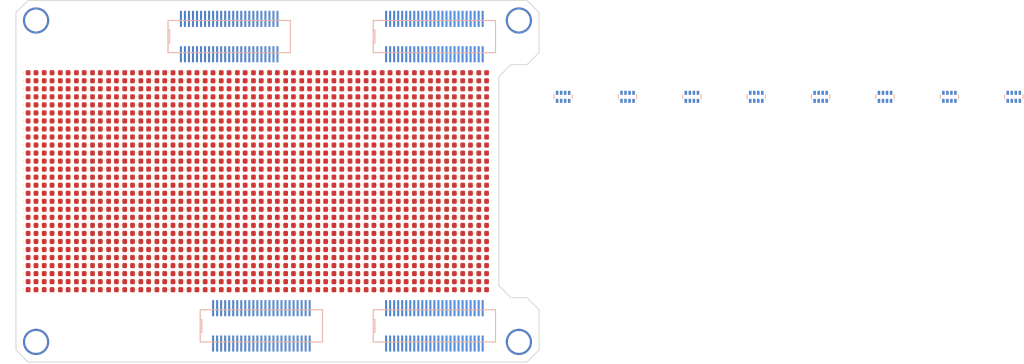
<source format=kicad_pcb>
(kicad_pcb (version 20201116) (generator pcbnew)
  (layers (0 "F.Cu" signal) (31 "B.Cu" signal) (34 "B.Paste" user) (35 "F.Paste" user) (36 "B.SilkS" user "B.Silkscreen") (37 "F.SilkS" user "F.Silkscreen") (38 "B.Mask" user) (39 "F.Mask" user) (44 "Edge.Cuts" user))
  (net 0 "")
  (net 1 "Net-(D1-Pad1)")
  (net 2 "Net-(D2-Pad1)")
  (net 3 "Net-(D3-Pad1)")
  (net 4 "Net-(D4-Pad1)")
  (net 5 "Net-(D5-Pad1)")
  (net 6 "Net-(D6-Pad1)")
  (net 7 "Net-(D7-Pad1)")
  (net 8 "Net-(D8-Pad1)")
  (net 9 "Net-(D9-Pad1)")
  (net 10 "Net-(D10-Pad1)")
  (net 11 "Net-(D11-Pad1)")
  (net 12 "Net-(D12-Pad1)")
  (net 13 "Net-(D13-Pad1)")
  (net 14 "Net-(D14-Pad1)")
  (net 15 "Net-(D15-Pad1)")
  (net 16 "GND")
  (net 17 "Net-(D16-Pad1)")
  (net 18 "/leds/led17")
  (net 19 "Net-(D17-Pad1)")
  (net 20 "/leds/led18")
  (net 21 "Net-(D18-Pad1)")
  (net 22 "/leds/led19")
  (net 23 "Net-(D19-Pad1)")
  (net 24 "/leds/led20")
  (net 25 "Net-(D20-Pad1)")
  (net 26 "/leds/led21")
  (net 27 "Net-(D21-Pad1)")
  (net 28 "/leds/led22")
  (net 29 "Net-(D22-Pad1)")
  (net 30 "/leds/led23")
  (net 31 "Net-(D23-Pad1)")
  (net 32 "/leds/led24")
  (net 33 "Net-(D24-Pad1)")
  (net 34 "/leds/led25")
  (net 35 "Net-(D25-Pad1)")
  (net 36 "/leds/led26")
  (net 37 "Net-(D26-Pad1)")
  (net 38 "/leds/led27")
  (net 39 "Net-(D27-Pad1)")
  (net 40 "/leds/led28")
  (net 41 "Net-(D28-Pad1)")
  (net 42 "/leds/led29")
  (net 43 "Net-(D29-Pad1)")
  (net 44 "Net-(D30-Pad1)")
  (net 45 "Net-(D31-Pad1)")
  (net 46 "Net-(D32-Pad1)")
  (footprint "LED_SMD:LED_0402_1005Metric" (layer "F.Cu") (at 28 47)
    (fp_text reference "D8" hide)
    (fp_text value "LED_Small")
  )
  (footprint "LED_SMD:LED_0402_1005Metric" (layer "F.Cu") (at 18 32)
    (fp_text reference "D3" hide)
    (fp_text value "LED_Small")
  )
  (footprint "LED_SMD:LED_0402_1005Metric" (layer "F.Cu") (at 56 42)
    (fp_text reference "D22" hide)
    (fp_text value "LED_Small")
  )
  (footprint "LED_SMD:LED_0402_1005Metric" (layer "F.Cu") (at 48 48)
    (fp_text reference "D18" hide)
    (fp_text value "LED_Small")
  )
  (footprint "LED_SMD:LED_0402_1005Metric" (layer "F.Cu") (at 36 27)
    (fp_text reference "D12" hide)
    (fp_text value "LED_Small")
  )
  (footprint "LED_SMD:LED_0402_1005Metric" (layer "F.Cu") (at 42 22)
    (fp_text reference "D15" hide)
    (fp_text value "LED_Small")
  )
  (footprint "LED_SMD:LED_0402_1005Metric" (layer "F.Cu") (at 44 30)
    (fp_text reference "D16" hide)
    (fp_text value "LED_Small")
  )
  (footprint "LED_SMD:LED_0402_1005Metric" (layer "F.Cu") (at 70 23)
    (fp_text reference "D29" hide)
    (fp_text value "LED_Small")
  )
  (footprint "LED_SMD:LED_0402_1005Metric" (layer "F.Cu") (at 38 44)
    (fp_text reference "D13" hide)
    (fp_text value "LED_Small")
  )
  (footprint "LED_SMD:LED_0402_1005Metric" (layer "F.Cu") (at 30 25)
    (fp_text reference "D9" hide)
    (fp_text value "LED_Small")
  )
  (footprint "LED_SMD:LED_0402_1005Metric" (layer "F.Cu") (at 58 41)
    (fp_text reference "D23" hide)
    (fp_text value "LED_Small")
  )
  (footprint "LED_SMD:LED_0402_1005Metric" (layer "F.Cu") (at 26 34)
    (fp_text reference "D7" hide)
    (fp_text value "LED_Small")
  )
  (footprint "LED_SMD:LED_0402_1005Metric" (layer "F.Cu") (at 18 33)
    (fp_text reference "D3" hide)
    (fp_text value "LED_Small")
  )
  (footprint "LED_SMD:LED_0402_1005Metric" (layer "F.Cu") (at 24 40)
    (fp_text reference "D6" hide)
    (fp_text value "LED_Small")
  )
  (footprint "LED_SMD:LED_0402_1005Metric" (layer "F.Cu") (at 44 48)
    (fp_text reference "D16" hide)
    (fp_text value "LED_Small")
  )
  (footprint "LED_SMD:LED_0402_1005Metric" (layer "F.Cu") (at 42 42)
    (fp_text reference "D15" hide)
    (fp_text value "LED_Small")
  )
  (footprint "LED_SMD:LED_0402_1005Metric" (layer "F.Cu") (at 38 39)
    (fp_text reference "D13" hide)
    (fp_text value "LED_Small")
  )
  (footprint "LED_SMD:LED_0402_1005Metric" (layer "F.Cu") (at 38 33)
    (fp_text reference "D13" hide)
    (fp_text value "LED_Small")
  )
  (footprint "LED_SMD:LED_0402_1005Metric" (layer "F.Cu") (at 50 34)
    (fp_text reference "D19" hide)
    (fp_text value "LED_Small")
  )
  (footprint "LED_SMD:LED_0402_1005Metric" (layer "F.Cu") (at 24 44)
    (fp_text reference "D6" hide)
    (fp_text value "LED_Small")
  )
  (footprint "LED_SMD:LED_0402_1005Metric" (layer "F.Cu") (at 58 44)
    (fp_text reference "D23" hide)
    (fp_text value "LED_Small")
  )
  (footprint "LED_SMD:LED_0402_1005Metric" (layer "F.Cu") (at 32 26)
    (fp_text reference "D10" hide)
    (fp_text value "LED_Small")
  )
  (footprint "LED_SMD:LED_0402_1005Metric" (layer "F.Cu") (at 62 25)
    (fp_text reference "D25" hide)
    (fp_text value "LED_Small")
  )
  (footprint "LED_SMD:LED_0402_1005Metric" (layer "F.Cu") (at 20 26)
    (fp_text reference "D4" hide)
    (fp_text value "LED_Small")
  )
  (footprint "LED_SMD:LED_0402_1005Metric" (layer "F.Cu") (at 18 47)
    (fp_text reference "D3" hide)
    (fp_text value "LED_Small")
  )
  (footprint "LED_SMD:LED_0402_1005Metric" (layer "F.Cu") (at 68 46)
    (fp_text reference "D28" hide)
    (fp_text value "LED_Small")
  )
  (footprint "LED_SMD:LED_0402_1005Metric" (layer "F.Cu") (at 38 38)
    (fp_text reference "D13" hide)
    (fp_text value "LED_Small")
  )
  (footprint "LED_SMD:LED_0402_1005Metric" (layer "F.Cu") (at 18 21)
    (fp_text reference "D3" hide)
    (fp_text value "LED_Small")
  )
  (footprint "LED_SMD:LED_0402_1005Metric" (layer "F.Cu") (at 50 35)
    (fp_text reference "D19" hide)
    (fp_text value "LED_Small")
  )
  (footprint "LED_SMD:LED_0402_1005Metric" (layer "F.Cu") (at 14 41)
    (fp_text reference "D1" hide)
    (fp_text value "LED_Small")
  )
  (footprint "LED_SMD:LED_0402_1005Metric" (layer "F.Cu") (at 48 24)
    (fp_text reference "D18" hide)
    (fp_text value "LED_Small")
  )
  (footprint "LED_SMD:LED_0402_1005Metric" (layer "F.Cu") (at 20 47)
    (fp_text reference "D4" hide)
    (fp_text value "LED_Small")
  )
  (footprint "LED_SMD:LED_0402_1005Metric" (layer "F.Cu") (at 42 31)
    (fp_text reference "D15" hide)
    (fp_text value "LED_Small")
  )
  (footprint "LED_SMD:LED_0402_1005Metric" (layer "F.Cu") (at 60 46)
    (fp_text reference "D24" hide)
    (fp_text value "LED_Small")
  )
  (footprint "LED_SMD:LED_0402_1005Metric" (layer "F.Cu") (at 54 47)
    (fp_text reference "D21" hide)
    (fp_text value "LED_Small")
  )
  (footprint "LED_SMD:LED_0402_1005Metric" (layer "F.Cu") (at 22 36)
    (fp_text reference "D5" hide)
    (fp_text value "LED_Small")
  )
  (footprint "LED_SMD:LED_0402_1005Metric" (layer "F.Cu") (at 18 44)
    (fp_text reference "D3" hide)
    (fp_text value "LED_Small")
  )
  (footprint "LED_SMD:LED_0402_1005Metric" (layer "F.Cu") (at 26 48)
    (fp_text reference "D7" hide)
    (fp_text value "LED_Small")
  )
  (footprint "LED_SMD:LED_0402_1005Metric" (layer "F.Cu") (at 52 26)
    (fp_text reference "D20" hide)
    (fp_text value "LED_Small")
  )
  (footprint "LED_SMD:LED_0402_1005Metric" (layer "F.Cu") (at 54 34)
    (fp_text reference "D21" hide)
    (fp_text value "LED_Small")
  )
  (footprint "LED_SMD:LED_0402_1005Metric" (layer "F.Cu") (at 54 40)
    (fp_text reference "D21" hide)
    (fp_text value "LED_Small")
  )
  (footprint "LED_SMD:LED_0402_1005Metric" (layer "F.Cu") (at 50 25)
    (fp_text reference "D19" hide)
    (fp_text value "LED_Small")
  )
  (footprint "LED_SMD:LED_0402_1005Metric" (layer "F.Cu") (at 36 25)
    (fp_text reference "D12" hide)
    (fp_text value "LED_Small")
  )
  (footprint "LED_SMD:LED_0402_1005Metric" (layer "F.Cu") (at 18 42)
    (fp_text reference "D3" hide)
    (fp_text value "LED_Small")
  )
  (footprint "LED_SMD:LED_0402_1005Metric" (layer "F.Cu") (at 30 24)
    (fp_text reference "D9" hide)
    (fp_text value "LED_Small")
  )
  (footprint "LED_SMD:LED_0402_1005Metric" (layer "F.Cu") (at 52 48)
    (fp_text reference "D20" hide)
    (fp_text value "LED_Small")
  )
  (footprint "LED_SMD:LED_0402_1005Metric" (layer "F.Cu") (at 50 37)
    (fp_text reference "D19" hide)
    (fp_text value "LED_Small")
  )
  (footprint "LED_SMD:LED_0402_1005Metric" (layer "F.Cu") (at 42 43)
    (fp_text reference "D15" hide)
    (fp_text value "LED_Small")
  )
  (footprint "LED_SMD:LED_0402_1005Metric" (layer "F.Cu") (at 64 25)
    (fp_text reference "D26" hide)
    (fp_text value "LED_Small")
  )
  (footprint "LED_SMD:LED_0402_1005Metric" (layer "F.Cu") (at 18 35)
    (fp_text reference "D3" hide)
    (fp_text value "LED_Small")
  )
  (footprint "LED_SMD:LED_0402_1005Metric" (layer "F.Cu") (at 52 38)
    (fp_text reference "D20" hide)
    (fp_text value "LED_Small")
  )
  (footprint "LED_SMD:LED_0402_1005Metric" (layer "F.Cu") (at 58 35)
    (fp_text reference "D23" hide)
    (fp_text value "LED_Small")
  )
  (footprint "LED_SMD:LED_0402_1005Metric" (layer "F.Cu") (at 32 21)
    (fp_text reference "D10" hide)
    (fp_text value "LED_Small")
  )
  (footprint "LED_SMD:LED_0402_1005Metric" (layer "F.Cu") (at 58 25)
    (fp_text reference "D23" hide)
    (fp_text value "LED_Small")
  )
  (footprint "LED_SMD:LED_0402_1005Metric" (layer "F.Cu") (at 32 42)
    (fp_text reference "D10" hide)
    (fp_text value "LED_Small")
  )
  (footprint "LED_SMD:LED_0402_1005Metric" (layer "F.Cu") (at 28 34)
    (fp_text reference "D8" hide)
    (fp_text value "LED_Small")
  )
  (footprint "LED_SMD:LED_0402_1005Metric" (layer "F.Cu") (at 16 43)
    (fp_text reference "D2" hide)
    (fp_text value "LED_Small")
  )
  (footprint "LED_SMD:LED_0402_1005Metric" (layer "F.Cu") (at 18 31)
    (fp_text reference "D3" hide)
    (fp_text value "LED_Small")
  )
  (footprint "LED_SMD:LED_0402_1005Metric" (layer "F.Cu") (at 18 43)
    (fp_text reference "D3" hide)
    (fp_text value "LED_Small")
  )
  (footprint "LED_SMD:LED_0402_1005Metric" (layer "F.Cu") (at 14 45)
    (fp_text reference "D1" hide)
    (fp_text value "LED_Small")
  )
  (footprint "LED_SMD:LED_0402_1005Metric" (layer "F.Cu") (at 42 44)
    (fp_text reference "D15" hide)
    (fp_text value "LED_Small")
  )
  (footprint "LED_SMD:LED_0402_1005Metric" (layer "F.Cu") (at 58 43)
    (fp_text reference "D23" hide)
    (fp_text value "LED_Small")
  )
  (footprint "LED_SMD:LED_0402_1005Metric" (layer "F.Cu") (at 50 31)
    (fp_text reference "D19" hide)
    (fp_text value "LED_Small")
  )
  (footprint "LED_SMD:LED_0402_1005Metric" (layer "F.Cu") (at 24 29)
    (fp_text reference "D6" hide)
    (fp_text value "LED_Small")
  )
  (footprint "LED_SMD:LED_0402_1005Metric" (layer "F.Cu") (at 48 34)
    (fp_text reference "D18" hide)
    (fp_text value "LED_Small")
  )
  (footprint "LED_SMD:LED_0402_1005Metric" (layer "F.Cu") (at 30 31)
    (fp_text reference "D9" hide)
    (fp_text value "LED_Small")
  )
  (footprint "LED_SMD:LED_0402_1005Metric" (layer "F.Cu") (at 50 41)
    (fp_text reference "D19" hide)
    (fp_text value "LED_Small")
  )
  (footprint "LED_SMD:LED_0402_1005Metric" (layer "F.Cu") (at 58 23)
    (fp_text reference "D23" hide)
    (fp_text value "LED_Small")
  )
  (footprint "LED_SMD:LED_0402_1005Metric" (layer "F.Cu") (at 28 24)
    (fp_text reference "D8" hide)
    (fp_text value "LED_Small")
  )
  (footprint "LED_SMD:LED_0402_1005Metric" (layer "F.Cu") (at 44 27)
    (fp_text reference "D16" hide)
    (fp_text value "LED_Small")
  )
  (footprint "LED_SMD:LED_0402_1005Metric" (layer "F.Cu") (at 30 46)
    (fp_text reference "D9" hide)
    (fp_text value "LED_Small")
  )
  (footprint "LED_SMD:LED_0402_1005Metric" (layer "F.Cu") (at 32 43)
    (fp_text reference "D10" hide)
    (fp_text value "LED_Small")
  )
  (footprint "LED_SMD:LED_0402_1005Metric" (layer "F.Cu") (at 48 35)
    (fp_text reference "D18" hide)
    (fp_text value "LED_Small")
  )
  (footprint "LED_SMD:LED_0402_1005Metric" (layer "F.Cu") (at 14 38)
    (fp_text reference "D1" hide)
    (fp_text value "LED_Small")
  )
  (footprint "LED_SMD:LED_0402_1005Metric" (layer "F.Cu") (at 60 32)
    (fp_text reference "D24" hide)
    (fp_text value "LED_Small")
  )
  (footprint "LED_SMD:LED_0402_1005Metric" (layer "F.Cu") (at 50 32)
    (fp_text reference "D19" hide)
    (fp_text value "LED_Small")
  )
  (footprint "LED_SMD:LED_0402_1005Metric" (layer "F.Cu") (at 64 44)
    (fp_text reference "D26" hide)
    (fp_text value "LED_Small")
  )
  (footprint "LED_SMD:LED_0402_1005Metric" (layer "F.Cu") (at 44 31)
    (fp_text reference "D16" hide)
    (fp_text value "LED_Small")
  )
  (footprint "LED_SMD:LED_0402_1005Metric" (layer "F.Cu") (at 24 26)
    (fp_text reference "D6" hide)
    (fp_text value "LED_Small")
  )
  (footprint "LED_SMD:LED_0402_1005Metric" (layer "F.Cu") (at 44 45)
    (fp_text reference "D16" hide)
    (fp_text value "LED_Small")
  )
  (footprint "LED_SMD:LED_0402_1005Metric" (layer "F.Cu") (at 44 25)
    (fp_text reference "D16" hide)
    (fp_text value "LED_Small")
  )
  (footprint "LED_SMD:LED_0402_1005Metric" (layer "F.Cu") (at 36 47)
    (fp_text reference "D12" hide)
    (fp_text value "LED_Small")
  )
  (footprint "LED_SMD:LED_0402_1005Metric" (layer "F.Cu") (at 38 26)
    (fp_text reference "D13" hide)
    (fp_text value "LED_Small")
  )
  (footprint "LED_SMD:LED_0402_1005Metric" (layer "F.Cu") (at 46 44)
    (fp_text reference "D17" hide)
    (fp_text value "LED_Small")
  )
  (footprint "LED_SMD:LED_0402_1005Metric" (layer "F.Cu") (at 66 41)
    (fp_text reference "D27" hide)
    (fp_text value "LED_Small")
  )
  (footprint "LED_SMD:LED_0402_1005Metric" (layer "F.Cu") (at 18 48)
    (fp_text reference "D3" hide)
    (fp_text value "LED_Small")
  )
  (footprint "LED_SMD:LED_0402_1005Metric" (layer "F.Cu") (at 62 26)
    (fp_text reference "D25" hide)
    (fp_text value "LED_Small")
  )
  (footprint "LED_SMD:LED_0402_1005Metric" (layer "F.Cu") (at 68 35)
    (fp_text reference "D28" hide)
    (fp_text value "LED_Small")
  )
  (footprint "LED_SMD:LED_0402_1005Metric" (layer "F.Cu") (at 34 48)
    (fp_text reference "D11" hide)
    (fp_text value "LED_Small")
  )
  (footprint "LED_SMD:LED_0402_1005Metric" (layer "F.Cu") (at 58 31)
    (fp_text reference "D23" hide)
    (fp_text value "LED_Small")
  )
  (footprint "LED_SMD:LED_0402_1005Metric" (layer "F.Cu") (at 64 47)
    (fp_text reference "D26" hide)
    (fp_text value "LED_Small")
  )
  (footprint "LED_SMD:LED_0402_1005Metric" (layer "F.Cu") (at 26 32)
    (fp_text reference "D7" hide)
    (fp_text value "LED_Small")
  )
  (footprint "LED_SMD:LED_0402_1005Metric" (layer "F.Cu") (at 24 32)
    (fp_text reference "D6" hide)
    (fp_text value "LED_Small")
  )
  (footprint "LED_SMD:LED_0402_1005Metric" (layer "F.Cu") (at 34 34)
    (fp_text reference "D11" hide)
    (fp_text value "LED_Small")
  )
  (footprint "LED_SMD:LED_0402_1005Metric" (layer "F.Cu") (at 52 32)
    (fp_text reference "D20" hide)
    (fp_text value "LED_Small")
  )
  (footprint "LED_SMD:LED_0402_1005Metric" (layer "F.Cu") (at 62 28)
    (fp_text reference "D25" hide)
    (fp_text value "LED_Small")
  )
  (footprint "LED_SMD:LED_0402_1005Metric" (layer "F.Cu") (at 28 22)
    (fp_text reference "D8" hide)
    (fp_text value "LED_Small")
  )
  (footprint "LED_SMD:LED_0402_1005Metric" (layer "F.Cu") (at 42 32)
    (fp_text reference "D15" hide)
    (fp_text value "LED_Small")
  )
  (footprint "LED_SMD:LED_0402_1005Metric" (layer "F.Cu") (at 34 28)
    (fp_text reference "D11" hide)
    (fp_text value "LED_Small")
  )
  (footprint "LED_SMD:LED_0402_1005Metric" (layer "F.Cu") (at 46 39)
    (fp_text reference "D17" hide)
    (fp_text value "LED_Small")
  )
  (footprint "LED_SMD:LED_0402_1005Metric" (layer "F.Cu") (at 34 25)
    (fp_text reference "D11" hide)
    (fp_text value "LED_Small")
  )
  (footprint "LED_SMD:LED_0402_1005Metric" (layer "F.Cu") (at 70 42)
    (fp_text reference "D29" hide)
    (fp_text value "LED_Small")
  )
  (footprint "LED_SMD:LED_0402_1005Metric" (layer "F.Cu") (at 70 35)
    (fp_text reference "D29" hide)
    (fp_text value "LED_Small")
  )
  (footprint "LED_SMD:LED_0402_1005Metric" (layer "F.Cu") (at 22 21)
    (fp_text reference "D5" hide)
    (fp_text value "LED_Small")
  )
  (footprint "LED_SMD:LED_0402_1005Metric" (layer "F.Cu") (at 26 37)
    (fp_text reference "D7" hide)
    (fp_text value "LED_Small")
  )
  (footprint "LED_SMD:LED_0402_1005Metric" (layer "F.Cu") (at 62 29)
    (fp_text reference "D25" hide)
    (fp_text value "LED_Small")
  )
  (footprint "LED_SMD:LED_0402_1005Metric" (layer "F.Cu") (at 68 37)
    (fp_text reference "D28" hide)
    (fp_text value "LED_Small")
  )
  (footprint "LED_SMD:LED_0402_1005Metric" (layer "F.Cu") (at 62 39)
    (fp_text reference "D25" hide)
    (fp_text value "LED_Small")
  )
  (footprint "LED_SMD:LED_0402_1005Metric" (layer "F.Cu") (at 70 28)
    (fp_text reference "D29" hide)
    (fp_text value "LED_Small")
  )
  (footprint "LED_SMD:LED_0402_1005Metric" (layer "F.Cu") (at 36 42)
    (fp_text reference "D12" hide)
    (fp_text value "LED_Small")
  )
  (footprint "LED_SMD:LED_0402_1005Metric" (layer "F.Cu") (at 50 39)
    (fp_text reference "D19" hide)
    (fp_text value "LED_Small")
  )
  (footprint "LED_SMD:LED_0402_1005Metric" (layer "F.Cu") (at 64 38)
    (fp_text reference "D26" hide)
    (fp_text value "LED_Small")
  )
  (footprint "LED_SMD:LED_0402_1005Metric" (layer "F.Cu") (at 48 43)
    (fp_text reference "D18" hide)
    (fp_text value "LED_Small")
  )
  (footprint "LED_SMD:LED_0402_1005Metric" (layer "F.Cu") (at 36 38)
    (fp_text reference "D12" hide)
    (fp_text value "LED_Small")
  )
  (footprint "LED_SMD:LED_0402_1005Metric" (layer "F.Cu") (at 66 37)
    (fp_text reference "D27" hide)
    (fp_text value "LED_Small")
  )
  (footprint "LED_SMD:LED_0402_1005Metric" (layer "F.Cu") (at 64 32)
    (fp_text reference "D26" hide)
    (fp_text value "LED_Small")
  )
  (footprint "LED_SMD:LED_0402_1005Metric" (layer "F.Cu") (at 30 39)
    (fp_text reference "D9" hide)
    (fp_text value "LED_Small")
  )
  (footprint "LED_SMD:LED_0402_1005Metric" (layer "F.Cu") (at 70 41)
    (fp_text reference "D29" hide)
    (fp_text value "LED_Small")
  )
  (footprint "LED_SMD:LED_0402_1005Metric" (layer "F.Cu") (at 46 22)
    (fp_text reference "D17" hide)
    (fp_text value "LED_Small")
  )
  (footprint "LED_SMD:LED_0402_1005Metric" (layer "F.Cu") (at 34 30)
    (fp_text reference "D11" hide)
    (fp_text value "LED_Small")
  )
  (footprint "LED_SMD:LED_0402_1005Metric" (layer "F.Cu") (at 38 46)
    (fp_text reference "D13" hide)
    (fp_text value "LED_Small")
  )
  (footprint "LED_SMD:LED_0402_1005Metric" (layer "F.Cu") (at 70 24)
    (fp_text reference "D29" hide)
    (fp_text value "LED_Small")
  )
  (footprint "LED_SMD:LED_0402_1005Metric" (layer "F.Cu") (at 68 25)
    (fp_text reference "D28" hide)
    (fp_text value "LED_Small")
  )
  (footprint "LED_SMD:LED_0402_1005Metric" (layer "F.Cu") (at 40 22)
    (fp_text reference "D14" hide)
    (fp_text value "LED_Small")
  )
  (footprint "LED_SMD:LED_0402_1005Metric" (layer "F.Cu") (at 22 37)
    (fp_text reference "D5" hide)
    (fp_text value "LED_Small")
  )
  (footprint "LED_SMD:LED_0402_1005Metric" (layer "F.Cu") (at 14 25)
    (fp_text reference "D1" hide)
    (fp_text value "LED_Small")
  )
  (footprint "LED_SMD:LED_0402_1005Metric" (layer "F.Cu") (at 54 26)
    (fp_text reference "D21" hide)
    (fp_text value "LED_Small")
  )
  (footprint "LED_SMD:LED_0402_1005Metric" (layer "F.Cu") (at 32 28)
    (fp_text reference "D10" hide)
    (fp_text value "LED_Small")
  )
  (footprint "LED_SMD:LED_0402_1005Metric" (layer "F.Cu") (at 14 47)
    (fp_text reference "D1" hide)
    (fp_text value "LED_Small")
  )
  (footprint "LED_SMD:LED_0402_1005Metric" (layer "F.Cu") (at 48 21)
    (fp_text reference "D18" hide)
    (fp_text value "LED_Small")
  )
  (footprint "LED_SMD:LED_0402_1005Metric" (layer "F.Cu") (at 36 39)
    (fp_text reference "D12" hide)
    (fp_text value "LED_Small")
  )
  (footprint "LED_SMD:LED_0402_1005Metric" (layer "F.Cu") (at 26 39)
    (fp_text reference "D7" hide)
    (fp_text value "LED_Small")
  )
  (footprint "LED_SMD:LED_0402_1005Metric" (layer "F.Cu") (at 44 22)
    (fp_text reference "D16" hide)
    (fp_text value "LED_Small")
  )
  (footprint "LED_SMD:LED_0402_1005Metric" (layer "F.Cu") (at 66 34)
    (fp_text reference "D27" hide)
    (fp_text value "LED_Small")
  )
  (footprint "LED_SMD:LED_0402_1005Metric" (layer "F.Cu") (at 42 25)
    (fp_text reference "D15" hide)
    (fp_text value "LED_Small")
  )
  (footprint "LED_SMD:LED_0402_1005Metric" (layer "F.Cu") (at 38 21)
    (fp_text reference "D13" hide)
    (fp_text value "LED_Small")
  )
  (footprint "LED_SMD:LED_0402_1005Metric" (layer "F.Cu") (at 48 25)
    (fp_text reference "D18" hide)
    (fp_text value "LED_Small")
  )
  (footprint "LED_SMD:LED_0402_1005Metric" (layer "F.Cu") (at 56 24)
    (fp_text reference "D22" hide)
    (fp_text value "LED_Small")
  )
  (footprint "LED_SMD:LED_0402_1005Metric" (layer "F.Cu") (at 66 31)
    (fp_text reference "D27" hide)
    (fp_text value "LED_Small")
  )
  (footprint "LED_SMD:LED_0402_1005Metric" (layer "F.Cu") (at 52 34)
    (fp_text reference "D20" hide)
    (fp_text value "LED_Small")
  )
  (footprint "LED_SMD:LED_0402_1005Metric" (layer "F.Cu") (at 58 45)
    (fp_text reference "D23" hide)
    (fp_text value "LED_Small")
  )
  (footprint "LED_SMD:LED_0402_1005Metric" (layer "F.Cu") (at 30 43)
    (fp_text reference "D9" hide)
    (fp_text value "LED_Small")
  )
  (footprint "LED_SMD:LED_0402_1005Metric" (layer "F.Cu") (at 38 36)
    (fp_text reference "D13" hide)
    (fp_text value "LED_Small")
  )
  (footprint "LED_SMD:LED_0402_1005Metric" (layer "F.Cu") (at 28 40)
    (fp_text reference "D8" hide)
    (fp_text value "LED_Small")
  )
  (footprint "LED_SMD:LED_0402_1005Metric" (layer "F.Cu") (at 24 34)
    (fp_text reference "D6" hide)
    (fp_text value "LED_Small")
  )
  (footprint "LED_SMD:LED_0402_1005Metric" (layer "F.Cu") (at 54 37)
    (fp_text reference "D21" hide)
    (fp_text value "LED_Small")
  )
  (footprint "LED_SMD:LED_0402_1005Metric" (layer "F.Cu") (at 46 41)
    (fp_text reference "D17" hide)
    (fp_text value "LED_Small")
  )
  (footprint "LED_SMD:LED_0402_1005Metric" (layer "F.Cu") (at 30 35)
    (fp_text reference "D9" hide)
    (fp_text value "LED_Small")
  )
  (footprint "LED_SMD:LED_0402_1005Metric" (layer "F.Cu") (at 68 32)
    (fp_text reference "D28" hide)
    (fp_text value "LED_Small")
  )
  (footprint "LED_SMD:LED_0402_1005Metric" (layer "F.Cu") (at 30 37)
    (fp_text reference "D9" hide)
    (fp_text value "LED_Small")
  )
  (footprint "LED_SMD:LED_0402_1005Metric" (layer "F.Cu") (at 28 37)
    (fp_text reference "D8" hide)
    (fp_text value "LED_Small")
  )
  (footprint "LED_SMD:LED_0402_1005Metric" (layer "F.Cu") (at 60 44)
    (fp_text reference "D24" hide)
    (fp_text value "LED_Small")
  )
  (footprint "LED_SMD:LED_0402_1005Metric" (layer "F.Cu") (at 20 24)
    (fp_text reference "D4" hide)
    (fp_text value "LED_Small")
  )
  (footprint "LED_SMD:LED_0402_1005Metric" (layer "F.Cu") (at 52 36)
    (fp_text reference "D20" hide)
    (fp_text value "LED_Small")
  )
  (footprint "LED_SMD:LED_0402_1005Metric" (layer "F.Cu") (at 58 47)
    (fp_text reference "D23" hide)
    (fp_text value "LED_Small")
  )
  (footprint "LED_SMD:LED_0402_1005Metric" (layer "F.Cu") (at 20 29)
    (fp_text reference "D4" hide)
    (fp_text value "LED_Small")
  )
  (footprint "LED_SMD:LED_0402_1005Metric" (layer "F.Cu") (at 60 47)
    (fp_text reference "D24" hide)
    (fp_text value "LED_Small")
  )
  (footprint "LED_SMD:LED_0402_1005Metric" (layer "F.Cu") (at 36 24)
    (fp_text reference "D12" hide)
    (fp_text value "LED_Small")
  )
  (footprint "LED_SMD:LED_0402_1005Metric" (layer "F.Cu") (at 40 41)
    (fp_text reference "D14" hide)
    (fp_text value "LED_Small")
  )
  (footprint "LED_SMD:LED_0402_1005Metric" (layer "F.Cu") (at 28 31)
    (fp_text reference "D8" hide)
    (fp_text value "LED_Small")
  )
  (footprint "LED_SMD:LED_0402_1005Metric" (layer "F.Cu") (at 32 47)
    (fp_text reference "D10" hide)
    (fp_text value "LED_Small")
  )
  (footprint "LED_SMD:LED_0402_1005Metric" (layer "F.Cu") (at 28 32)
    (fp_text reference "D8" hide)
    (fp_text value "LED_Small")
  )
  (footprint "LED_SMD:LED_0402_1005Metric" (layer "F.Cu") (at 30 32)
    (fp_text reference "D9" hide)
    (fp_text value "LED_Small")
  )
  (footprint "LED_SMD:LED_0402_1005Metric" (layer "F.Cu") (at 66 46)
    (fp_text reference "D27" hide)
    (fp_text value "LED_Small")
  )
  (footprint "LED_SMD:LED_0402_1005Metric" (layer "F.Cu") (at 60 39)
    (fp_text reference "D24" hide)
    (fp_text value "LED_Small")
  )
  (footprint "LED_SMD:LED_0402_1005Metric" (layer "F.Cu") (at 62 44)
    (fp_text reference "D25" hide)
    (fp_text value "LED_Small")
  )
  (footprint "LED_SMD:LED_0402_1005Metric" (layer "F.Cu") (at 52 40)
    (fp_text reference "D20" hide)
    (fp_text value "LED_Small")
  )
  (footprint "LED_SMD:LED_0402_1005Metric" (layer "F.Cu") (at 34 44)
    (fp_text reference "D11" hide)
    (fp_text value "LED_Small")
  )
  (footprint "LED_SMD:LED_0402_1005Metric" (layer "F.Cu") (at 16 48)
    (fp_text reference "D2" hide)
    (fp_text value "LED_Small")
  )
  (footprint "LED_SMD:LED_0402_1005Metric" (layer "F.Cu") (at 56 38)
    (fp_text reference "D22" hide)
    (fp_text value "LED_Small")
  )
  (footprint "LED_SMD:LED_0402_1005Metric" (layer "F.Cu") (at 44 24)
    (fp_text reference "D16" hide)
    (fp_text value "LED_Small")
  )
  (footprint "LED_SMD:LED_0402_1005Metric" (layer "F.Cu") (at 54 39)
    (fp_text reference "D21" hide)
    (fp_text value "LED_Small")
  )
  (footprint "LED_SMD:LED_0402_1005Metric" (layer "F.Cu") (at 14 35)
    (fp_text reference "D1" hide)
    (fp_text value "LED_Small")
  )
  (footprint "LED_SMD:LED_0402_1005Metric" (layer "F.Cu") (at 26 24)
    (fp_text reference "D7" hide)
    (fp_text value "LED_Small")
  )
  (footprint "LED_SMD:LED_0402_1005Metric" (layer "F.Cu") (at 20 38)
    (fp_text reference "D4" hide)
    (fp_text value "LED_Small")
  )
  (footprint "LED_SMD:LED_0402_1005Metric" (layer "F.Cu") (at 16 42)
    (fp_text reference "D2" hide)
    (fp_text value "LED_Small")
  )
  (footprint "LED_SMD:LED_0402_1005Metric" (layer "F.Cu") (at 44 38)
    (fp_text reference "D16" hide)
    (fp_text value "LED_Small")
  )
  (footprint "LED_SMD:LED_0402_1005Metric" (layer "F.Cu") (at 40 21)
    (fp_text reference "D14" hide)
    (fp_text value "LED_Small")
  )
  (footprint "LED_SMD:LED_0402_1005Metric" (layer "F.Cu") (at 48 44)
    (fp_text reference "D18" hide)
    (fp_text value "LED_Small")
  )
  (footprint "LED_SMD:LED_0402_1005Metric" (layer "F.Cu") (at 30 45)
    (fp_text reference "D9" hide)
    (fp_text value "LED_Small")
  )
  (footprint "LED_SMD:LED_0402_1005Metric" (layer "F.Cu") (at 20 32)
    (fp_text reference "D4" hide)
    (fp_text value "LED_Small")
  )
  (footprint "LED_SMD:LED_0402_1005Metric" (layer "F.Cu") (at 24 30)
    (fp_text reference "D6" hide)
    (fp_text value "LED_Small")
  )
  (footprint "LED_SMD:LED_0402_1005Metric" (layer "F.Cu") (at 66 23)
    (fp_text reference "D27" hide)
    (fp_text value "LED_Small")
  )
  (footprint "LED_SMD:LED_0402_1005Metric" (layer "F.Cu") (at 40 42)
    (fp_text reference "D14" hide)
    (fp_text value "LED_Small")
  )
  (footprint "LED_SMD:LED_0402_1005Metric" (layer "F.Cu") (at 30 26)
    (fp_text reference "D9" hide)
    (fp_text value "LED_Small")
  )
  (footprint "LED_SMD:LED_0402_1005Metric" (layer "F.Cu") (at 70 37)
    (fp_text reference "D29" hide)
    (fp_text value "LED_Small")
  )
  (footprint "LED_SMD:LED_0402_1005Metric" (layer "F.Cu") (at 56 46)
    (fp_text reference "D22" hide)
    (fp_text value "LED_Small")
  )
  (footprint "LED_SMD:LED_0402_1005Metric" (layer "F.Cu") (at 70 22)
    (fp_text reference "D29" hide)
    (fp_text value "LED_Small")
  )
  (footprint "LED_SMD:LED_0402_1005Metric" (layer "F.Cu") (at 42 39)
    (fp_text reference "D15" hide)
    (fp_text value "LED_Small")
  )
  (footprint "LED_SMD:LED_0402_1005Metric" (layer "F.Cu") (at 68 39)
    (fp_text reference "D28" hide)
    (fp_text value "LED_Small")
  )
  (footprint "LED_SMD:LED_0402_1005Metric" (layer "F.Cu") (at 26 35)
    (fp_text reference "D7" hide)
    (fp_text value "LED_Small")
  )
  (footprint "LED_SMD:LED_0402_1005Metric" (layer "F.Cu") (at 62 47)
    (fp_text reference "D25" hide)
    (fp_text value "LED_Small")
  )
  (footprint "Alchitry_Footprints:Alchitry_Bottom" (layer "F.Cu") (at 12 57)
    (fp_text reference "U1" hide)
    (fp_text value "Alchitry_Single" hide)
  )
  (footprint "LED_SMD:LED_0402_1005Metric" (layer "F.Cu") (at 64 46)
    (fp_text reference "D26" hide)
    (fp_text value "LED_Small")
  )
  (footprint "LED_SMD:LED_0402_1005Metric" (layer "F.Cu") (at 18 40)
    (fp_text reference "D3" hide)
    (fp_text value "LED_Small")
  )
  (footprint "LED_SMD:LED_0402_1005Metric" (layer "F.Cu") (at 28 48)
    (fp_text reference "D8" hide)
    (fp_text value "LED_Small")
  )
  (footprint "LED_SMD:LED_0402_1005Metric" (layer "F.Cu") (at 48 26)
    (fp_text reference "D18" hide)
    (fp_text value "LED_Small")
  )
  (footprint "LED_SMD:LED_0402_1005Metric" (layer "F.Cu") (at 50 28)
    (fp_text reference "D19" hide)
    (fp_text value "LED_Small")
  )
  (footprint "LED_SMD:LED_0402_1005Metric" (layer "F.Cu") (at 40 32)
    (fp_text reference "D14" hide)
    (fp_text value "LED_Small")
  )
  (footprint "LED_SMD:LED_0402_1005Metric" (layer "F.Cu") (at 66 35)
    (fp_text reference "D27" hide)
    (fp_text value "LED_Small")
  )
  (footprint "LED_SMD:LED_0402_1005Metric" (layer "F.Cu") (at 16 46)
    (fp_text reference "D2" hide)
    (fp_text value "LED_Small")
  )
  (footprint "LED_SMD:LED_0402_1005Metric" (layer "F.Cu") (at 34 42)
    (fp_text reference "D11" hide)
    (fp_text value "LED_Small")
  )
  (footprint "LED_SMD:LED_0402_1005Metric" (layer "F.Cu") (at 26 30)
    (fp_text reference "D7" hide)
    (fp_text value "LED_Small")
  )
  (footprint "LED_SMD:LED_0402_1005Metric" (layer "F.Cu") (at 60 43)
    (fp_text reference "D24" hide)
    (fp_text value "LED_Small")
  )
  (footprint "LED_SMD:LED_0402_1005Metric" (layer "F.Cu") (at 60 28)
    (fp_text reference "D24" hide)
    (fp_text value "LED_Small")
  )
  (footprint "LED_SMD:LED_0402_1005Metric" (layer "F.Cu") (at 60 29)
    (fp_text reference "D24" hide)
    (fp_text value "LED_Small")
  )
  (footprint "LED_SMD:LED_0402_1005Metric" (layer "F.Cu") (at 22 45)
    (fp_text reference "D5" hide)
    (fp_text value "LED_Small")
  )
  (footprint "LED_SMD:LED_0402_1005Metric" (layer "F.Cu") (at 54 32)
    (fp_text reference "D21" hide)
    (fp_text value "LED_Small")
  )
  (footprint "LED_SMD:LED_0402_1005Metric" (layer "F.Cu") (at 56 36)
    (fp_text reference "D22" hide)
    (fp_text value "LED_Small")
  )
  (footprint "LED_SMD:LED_0402_1005Metric" (layer "F.Cu") (at 70 27)
    (fp_text reference "D29" hide)
    (fp_text value "LED_Small")
  )
  (footprint "LED_SMD:LED_0402_1005Metric" (layer "F.Cu") (at 18 45)
    (fp_text reference "D3" hide)
    (fp_text value "LED_Small")
  )
  (footprint "LED_SMD:LED_0402_1005Metric" (layer "F.Cu") (at 68 48)
    (fp_text reference "D28" hide)
    (fp_text value "LED_Small")
  )
  (footprint "LED_SMD:LED_0402_1005Metric" (layer "F.Cu") (at 36 23)
    (fp_text reference "D12" hide)
    (fp_text value "LED_Small")
  )
  (footprint "LED_SMD:LED_0402_1005Metric" (layer "F.Cu") (at 62 42)
    (fp_text reference "D25" hide)
    (fp_text value "LED_Small")
  )
  (footprint "LED_SMD:LED_0402_1005Metric" (layer "F.Cu") (at 54 29)
    (fp_text reference "D21" hide)
    (fp_text value "LED_Small")
  )
  (footprint "LED_SMD:LED_0402_1005Metric" (layer "F.Cu") (at 16 27)
    (fp_text reference "D2" hide)
    (fp_text value "LED_Small")
  )
  (footprint "LED_SMD:LED_0402_1005Metric" (layer "F.Cu") (at 66 33)
    (fp_text reference "D27" hide)
    (fp_text value "LED_Small")
  )
  (footprint "LED_SMD:LED_0402_1005Metric" (layer "F.Cu") (at 46 43)
    (fp_text reference "D17" hide)
    (fp_text value "LED_Small")
  )
  (footprint "LED_SMD:LED_0402_1005Metric" (layer "F.Cu") (at 62 27)
    (fp_text reference "D25" hide)
    (fp_text value "LED_Small")
  )
  (footprint "LED_SMD:LED_0402_1005Metric" (layer "F.Cu") (at 36 48)
    (fp_text reference "D12" hide)
    (fp_text value "LED_Small")
  )
  (footprint "LED_SMD:LED_0402_1005Metric" (layer "F.Cu") (at 26 31)
    (fp_text reference "D7" hide)
    (fp_text value "LED_Small")
  )
  (footprint "LED_SMD:LED_0402_1005Metric" (layer "F.Cu") (at 24 41)
    (fp_text reference "D6" hide)
    (fp_text value "LED_Small")
  )
  (footprint "LED_SMD:LED_0402_1005Metric" (layer "F.Cu") (at 20 36)
    (fp_text reference "D4" hide)
    (fp_text value "LED_Small")
  )
  (footprint "LED_SMD:LED_0402_1005Metric" (layer "F.Cu") (at 50 30)
    (fp_text reference "D19" hide)
    (fp_text value "LED_Small")
  )
  (footprint "LED_SMD:LED_0402_1005Metric" (layer "F.Cu") (at 56 33)
    (fp_text reference "D22" hide)
    (fp_text value "LED_Small")
  )
  (footprint "LED_SMD:LED_0402_1005Metric" (layer "F.Cu") (at 48 30)
    (fp_text reference "D18" hide)
    (fp_text value "LED_Small")
  )
  (footprint "LED_SMD:LED_0402_1005Metric" (layer "F.Cu") (at 22 33)
    (fp_text reference "D5" hide)
    (fp_text value "LED_Small")
  )
  (footprint "LED_SMD:LED_0402_1005Metric" (layer "F.Cu") (at 38 23)
    (fp_text reference "D13" hide)
    (fp_text value "LED_Small")
  )
  (footprint "LED_SMD:LED_0402_1005Metric" (layer "F.Cu") (at 64 29)
    (fp_text reference "D26" hide)
    (fp_text value "LED_Small")
  )
  (footprint "LED_SMD:LED_0402_1005Metric" (layer "F.Cu") (at 32 29)
    (fp_text reference "D10" hide)
    (fp_text value "LED_Small")
  )
  (footprint "LED_SMD:LED_0402_1005Metric" (layer "F.Cu") (at 14 33)
    (fp_text reference "D1" hide)
    (fp_text value "LED_Small")
  )
  (footprint "LED_SMD:LED_0402_1005Metric" (layer "F.Cu") (at 36 45)
    (fp_text reference "D12" hide)
    (fp_text value "LED_Small")
  )
  (footprint "LED_SMD:LED_0402_1005Metric" (layer "F.Cu") (at 26 46)
    (fp_text reference "D7" hide)
    (fp_text value "LED_Small")
  )
  (footprint "LED_SMD:LED_0402_1005Metric" (layer "F.Cu") (at 56 37)
    (fp_text reference "D22" hide)
    (fp_text value "LED_Small")
  )
  (footprint "LED_SMD:LED_0402_1005Metric" (layer "F.Cu") (at 64 45)
    (fp_text reference "D26" hide)
    (fp_text value "LED_Small")
  )
  (footprint "LED_SMD:LED_0402_1005Metric" (layer "F.Cu") (at 54 23)
    (fp_text reference "D21" hide)
    (fp_text value "LED_Small")
  )
  (footprint "LED_SMD:LED_0402_1005Metric" (layer "F.Cu") (at 54 33)
    (fp_text reference "D21" hide)
    (fp_text value "LED_Small")
  )
  (footprint "LED_SMD:LED_0402_1005Metric" (layer "F.Cu") (at 22 43)
    (fp_text reference "D5" hide)
    (fp_text value "LED_Small")
  )
  (footprint "LED_SMD:LED_0402_1005Metric" (layer "F.Cu") (at 32 41)
    (fp_text reference "D10" hide)
    (fp_text value "LED_Small")
  )
  (footprint "LED_SMD:LED_0402_1005Metric" (layer "F.Cu") (at 62 48)
    (fp_text reference "D25" hide)
    (fp_text value "LED_Small")
  )
  (footprint "LED_SMD:LED_0402_1005Metric" (layer "F.Cu") (at 42 40)
    (fp_text reference "D15" hide)
    (fp_text value "LED_Small")
  )
  (footprint "LED_SMD:LED_0402_1005Metric" (layer "F.Cu") (at 24 24)
    (fp_text reference "D6" hide)
    (fp_text value "LED_Small")
  )
  (footprint "LED_SMD:LED_0402_1005Metric" (layer "F.Cu") (at 38 29)
    (fp_text reference "D13" hide)
    (fp_text value "LED_Small")
  )
  (footprint "LED_SMD:LED_0402_1005Metric" (layer "F.Cu") (at 60 36)
    (fp_text reference "D24" hide)
    (fp_text value "LED_Small")
  )
  (footprint "LED_SMD:LED_0402_1005Metric" (layer "F.Cu") (at 56 25)
    (fp_text reference "D22" hide)
    (fp_text value "LED_Small")
  )
  (footprint "LED_SMD:LED_0402_1005Metric" (layer "F.Cu") (at 30 28)
    (fp_text reference "D9" hide)
    (fp_text value "LED_Small")
  )
  (footprint "LED_SMD:LED_0402_1005Metric" (layer "F.Cu") (at 22 29)
    (fp_text reference "D5" hide)
    (fp_text value "LED_Small")
  )
  (footprint "LED_SMD:LED_0402_1005Metric" (layer "F.Cu") (at 54 48)
    (fp_text reference "D21" hide)
    (fp_text value "LED_Small")
  )
  (footprint "LED_SMD:LED_0402_1005Metric" (layer "F.Cu") (at 42 28)
    (fp_text reference "D15" hide)
    (fp_text value "LED_Small")
  )
  (footprint "LED_SMD:LED_0402_1005Metric" (layer "F.Cu") (at 26 28)
    (fp_text reference "D7" hide)
    (fp_text value "LED_Small")
  )
  (footprint "LED_SMD:LED_0402_1005Metric" (layer "F.Cu") (at 20 39)
    (fp_text reference "D4" hide)
    (fp_text value "LED_Small")
  )
  (footprint "LED_SMD:LED_0402_1005Metric" (layer "F.Cu") (at 34 41)
    (fp_text reference "D11" hide)
    (fp_text value "LED_Small")
  )
  (footprint "LED_SMD:LED_0402_1005Metric" (layer "F.Cu") (at 14 48)
    (fp_text reference "D1" hide)
    (fp_text value "LED_Small")
  )
  (footprint "LED_SMD:LED_0402_1005Metric" (layer "F.Cu") (at 30 44)
    (fp_text reference "D9" hide)
    (fp_text value "LED_Small")
  )
  (footprint "LED_SMD:LED_0402_1005Metric" (layer "F.Cu") (at 68 23)
    (fp_text reference "D28" hide)
    (fp_text value "LED_Small")
  )
  (footprint "LED_SMD:LED_0402_1005Metric" (layer "F.Cu") (at 34 22)
    (fp_text reference "D11" hide)
    (fp_text value "LED_Small")
  )
  (footprint "LED_SMD:LED_0402_1005Metric" (layer "F.Cu") (at 60 48)
    (fp_text reference "D24" hide)
    (fp_text value "LED_Small")
  )
  (footprint "LED_SMD:LED_0402_1005Metric" (layer "F.Cu") (at 36 35)
    (fp_text reference "D12" hide)
    (fp_text value "LED_Small")
  )
  (footprint "LED_SMD:LED_0402_1005Metric" (layer "F.Cu") (at 50 22)
    (fp_text reference "D19" hide)
    (fp_text value "LED_Small")
  )
  (footprint "LED_SMD:LED_0402_1005Metric" (layer "F.Cu") (at 52 22)
    (fp_text reference "D20" hide)
    (fp_text value "LED_Small")
  )
  (footprint "LED_SMD:LED_0402_1005Metric" (layer "F.Cu") (at 22 47)
    (fp_text reference "D5" hide)
    (fp_text value "LED_Small")
  )
  (footprint "LED_SMD:LED_0402_1005Metric" (layer "F.Cu") (at 58 39)
    (fp_text reference "D23" hide)
    (fp_text value "LED_Small")
  )
  (footprint "LED_SMD:LED_0402_1005Metric" (layer "F.Cu") (at 28 36)
    (fp_text reference "D8" hide)
    (fp_text value "LED_Small")
  )
  (footprint "LED_SMD:LED_0402_1005Metric" (layer "F.Cu") (at 34 21)
    (fp_text reference "D11" hide)
    (fp_text value "LED_Small")
  )
  (footprint "LED_SMD:LED_0402_1005Metric" (layer "F.Cu") (at 48 36)
    (fp_text reference "D18" hide)
    (fp_text value "LED_Small")
  )
  (footprint "LED_SMD:LED_0402_1005Metric" (layer "F.Cu") (at 52 41)
    (fp_text reference "D20" hide)
    (fp_text value "LED_Small")
  )
  (footprint "LED_SMD:LED_0402_1005Metric" (layer "F.Cu") (at 68 24)
    (fp_text reference "D28" hide)
    (fp_text value "LED_Small")
  )
  (footprint "LED_SMD:LED_0402_1005Metric" (layer "F.Cu") (at 66 27)
    (fp_text reference "D27" hide)
    (fp_text value "LED_Small")
  )
  (footprint "LED_SMD:LED_0402_1005Metric" (layer "F.Cu") (at 68 29)
    (fp_text reference "D28" hide)
    (fp_text value "LED_Small")
  )
  (footprint "LED_SMD:LED_0402_1005Metric" (layer "F.Cu") (at 56 44)
    (fp_text reference "D22" hide)
    (fp_text value "LED_Small")
  )
  (footprint "LED_SMD:LED_0402_1005Metric" (layer "F.Cu") (at 42 35)
    (fp_text reference "D15" hide)
    (fp_text value "LED_Small")
  )
  (footprint "LED_SMD:LED_0402_1005Metric" (layer "F.Cu") (at 60 26)
    (fp_text reference "D24" hide)
    (fp_text value "LED_Small")
  )
  (footprint "LED_SMD:LED_0402_1005Metric" (layer "F.Cu") (at 46 42)
    (fp_text reference "D17" hide)
    (fp_text value "LED_Small")
  )
  (footprint "LED_SMD:LED_0402_1005Metric" (layer "F.Cu") (at 26 21)
    (fp_text reference "D7" hide)
    (fp_text value "LED_Small")
  )
  (footprint "LED_SMD:LED_0402_1005Metric" (layer "F.Cu") (at 34 27)
    (fp_text reference "D11" hide)
    (fp_text value "LED_Small")
  )
  (footprint "LED_SMD:LED_0402_1005Metric" (layer "F.Cu") (at 58 32)
    (fp_text reference "D23" hide)
    (fp_text value "LED_Small")
  )
  (footprint "LED_SMD:LED_0402_1005Metric" (layer "F.Cu") (at 28 44)
    (fp_text reference "D8" hide)
    (fp_text value "LED_Small")
  )
  (footprint "LED_SMD:LED_0402_1005Metric" (layer "F.Cu") (at 64 28)
    (fp_text reference "D26" hide)
    (fp_text value "LED_Small")
  )
  (footprint "LED_SMD:LED_0402_1005Metric" (layer "F.Cu") (at 46 37)
    (fp_text reference "D17" hide)
    (fp_text value "LED_Small")
  )
  (footprint "LED_SMD:LED_0402_1005Metric" (layer "F.Cu") (at 56 27)
    (fp_text reference "D22" hide)
    (fp_text value "LED_Small")
  )
  (footprint "LED_SMD:LED_0402_1005Metric" (layer "F.Cu") (at 40 39)
    (fp_text reference "D14" hide)
    (fp_text value "LED_Small")
  )
  (footprint "LED_SMD:LED_0402_1005Metric" (layer "F.Cu") (at 14 43)
    (fp_text reference "D1" hide)
    (fp_text value "LED_Small")
  )
  (footprint "LED_SMD:LED_0402_1005Metric" (layer "F.Cu") (at 54 45)
    (fp_text reference "D21" hide)
    (fp_text value "LED_Small")
  )
  (footprint "LED_SMD:LED_0402_1005Metric" (layer "F.Cu") (at 54 27)
    (fp_text reference "D21" hide)
    (fp_text value "LED_Small")
  )
  (footprint "LED_SMD:LED_0402_1005Metric" (layer "F.Cu") (at 16 28)
    (fp_text reference "D2" hide)
    (fp_text value "LED_Small")
  )
  (footprint "LED_SMD:LED_0402_1005Metric" (layer "F.Cu") (at 18 25)
    (fp_text reference "D3" hide)
    (fp_text value "LED_Small")
  )
  (footprint "LED_SMD:LED_0402_1005Metric" (layer "F.Cu") (at 22 35)
    (fp_text reference "D5" hide)
    (fp_text value "LED_Small")
  )
  (footprint "LED_SMD:LED_0402_1005Metric" (layer "F.Cu") (at 40 46)
    (fp_text reference "D14" hide)
    (fp_text value "LED_Small")
  )
  (footprint "LED_SMD:LED_0402_1005Metric" (layer "F.Cu") (at 20 35)
    (fp_text reference "D4" hide)
    (fp_text value "LED_Small")
  )
  (footprint "LED_SMD:LED_0402_1005Metric" (layer "F.Cu") (at 66 36)
    (fp_text reference "D27" hide)
    (fp_text value "LED_Small")
  )
  (footprint "LED_SMD:LED_0402_1005Metric" (layer "F.Cu") (at 58 26)
    (fp_text reference "D23" hide)
    (fp_text value "LED_Small")
  )
  (footprint "LED_SMD:LED_0402_1005Metric" (layer "F.Cu") (at 16 22)
    (fp_text reference "D2" hide)
    (fp_text value "LED_Small")
  )
  (footprint "LED_SMD:LED_0402_1005Metric" (layer "F.Cu") (at 62 33)
    (fp_text reference "D25" hide)
    (fp_text value "LED_Small")
  )
  (footprint "LED_SMD:LED_0402_1005Metric" (layer "F.Cu") (at 40 29)
    (fp_text reference "D14" hide)
    (fp_text value "LED_Small")
  )
  (footprint "LED_SMD:LED_0402_1005Metric" (layer "F.Cu") (at 22 42)
    (fp_text reference "D5" hide)
    (fp_text value "LED_Small")
  )
  (footprint "LED_SMD:LED_0402_1005Metric" (layer "F.Cu") (at 40 24)
    (fp_text reference "D14" hide)
    (fp_text value "LED_Small")
  )
  (footprint "LED_SMD:LED_0402_1005Metric" (layer "F.Cu") (at 14 23)
    (fp_text reference "D1" hide)
    (fp_text value "LED_Small")
  )
  (footprint "LED_SMD:LED_0402_1005Metric" (layer "F.Cu") (at 58 48)
    (fp_text reference "D23" hide)
    (fp_text value "LED_Small")
  )
  (footprint "LED_SMD:LED_0402_1005Metric" (layer "F.Cu") (at 50 40)
    (fp_text reference "D19" hide)
    (fp_text value "LED_Small")
  )
  (footprint "LED_SMD:LED_0402_1005Metric" (layer "F.Cu") (at 16 25)
    (fp_text reference "D2" hide)
    (fp_text value "LED_Small")
  )
  (footprint "LED_SMD:LED_0402_1005Metric" (layer "F.Cu") (at 34 39)
    (fp_text reference "D11" hide)
    (fp_text value "LED_Small")
  )
  (footprint "LED_SMD:LED_0402_1005Metric" (layer "F.Cu") (at 70 40)
    (fp_text reference "D29" hide)
    (fp_text value "LED_Small")
  )
  (footprint "LED_SMD:LED_0402_1005Metric" (layer "F.Cu") (at 18 46)
    (fp_text reference "D3" hide)
    (fp_text value "LED_Small")
  )
  (footprint "LED_SMD:LED_0402_1005Metric" (layer "F.Cu") (at 60 21)
    (fp_text reference "D24" hide)
    (fp_text value "LED_Small")
  )
  (footprint "LED_SMD:LED_0402_1005Metric" (layer "F.Cu") (at 16 26)
    (fp_text reference "D2" hide)
    (fp_text value "LED_Small")
  )
  (footprint "LED_SMD:LED_0402_1005Metric" (layer "F.Cu") (at 36 28)
    (fp_text reference "D12" hide)
    (fp_text value "LED_Small")
  )
  (footprint "LED_SMD:LED_0402_1005Metric" (layer "F.Cu") (at 68 30)
    (fp_text reference "D28" hide)
    (fp_text value "LED_Small")
  )
  (footprint "LED_SMD:LED_0402_1005Metric" (layer "F.Cu") (at 30 22)
    (fp_text reference "D9" hide)
    (fp_text value "LED_Small")
  )
  (footprint "LED_SMD:LED_0402_1005Metric" (layer "F.Cu") (at 34 36)
    (fp_text reference "D11" hide)
    (fp_text value "LED_Small")
  )
  (footprint "LED_SMD:LED_0402_1005Metric" (layer "F.Cu") (at 46 46)
    (fp_text reference "D17" hide)
    (fp_text value "LED_Small")
  )
  (footprint "LED_SMD:LED_0402_1005Metric" (layer "F.Cu") (at 64 26)
    (fp_text reference "D26" hide)
    (fp_text value "LED_Small")
  )
  (footprint "LED_SMD:LED_0402_1005Metric" (layer "F.Cu") (at 16 33)
    (fp_text reference "D2" hide)
    (fp_text value "LED_Small")
  )
  (footprint "LED_SMD:LED_0402_1005Metric" (layer "F.Cu") (at 58 38)
    (fp_text reference "D23" hide)
    (fp_text value "LED_Small")
  )
  (footprint "LED_SMD:LED_0402_1005Metric" (layer "F.Cu") (at 68 45)
    (fp_text reference "D28" hide)
    (fp_text value "LED_Small")
  )
  (footprint "LED_SMD:LED_0402_1005Metric" (layer "F.Cu") (at 26 42)
    (fp_text reference "D7" hide)
    (fp_text value "LED_Small")
  )
  (footprint "LED_SMD:LED_0402_1005Metric" (layer "F.Cu") (at 70 30)
    (fp_text reference "D29" hide)
    (fp_text value "LED_Small")
  )
  (footprint "LED_SMD:LED_0402_1005Metric" (layer "F.Cu") (at 66 30)
    (fp_text reference "D27" hide)
    (fp_text value "LED_Small")
  )
  (footprint "LED_SMD:LED_0402_1005Metric" (layer "F.Cu") (at 54 28)
    (fp_text reference "D21" hide)
    (fp_text value "LED_Small")
  )
  (footprint "LED_SMD:LED_0402_1005Metric" (layer "F.Cu") (at 52 30)
    (fp_text reference "D20" hide)
    (fp_text value "LED_Small")
  )
  (footprint "LED_SMD:LED_0402_1005Metric" (layer "F.Cu") (at 64 34)
    (fp_text reference "D26" hide)
    (fp_text value "LED_Small")
  )
  (footprint "LED_SMD:LED_0402_1005Metric" (layer "F.Cu") (at 32 25)
    (fp_text reference "D10" hide)
    (fp_text value "LED_Small")
  )
  (footprint "LED_SMD:LED_0402_1005Metric" (layer "F.Cu") (at 30 48)
    (fp_text reference "D9" hide)
    (fp_text value "LED_Small")
  )
  (footprint "LED_SMD:LED_0402_1005Metric" (layer "F.Cu") (at 66 24)
    (fp_text reference "D27" hide)
    (fp_text value "LED_Small")
  )
  (footprint "LED_SMD:LED_0402_1005Metric" (layer "F.Cu") (at 70 26)
    (fp_text reference "D29" hide)
    (fp_text value "LED_Small")
  )
  (footprint "LED_SMD:LED_0402_1005Metric" (layer "F.Cu") (at 64 48)
    (fp_text reference "D26" hide)
    (fp_text value "LED_Small")
  )
  (footprint "LED_SMD:LED_0402_1005Metric" (layer "F.Cu") (at 22 32)
    (fp_text reference "D5" hide)
    (fp_text value "LED_Small")
  )
  (footprint "LED_SMD:LED_0402_1005Metric" (layer "F.Cu") (at 68 26)
    (fp_text reference "D28" hide)
    (fp_text value "LED_Small")
  )
  (footprint "LED_SMD:LED_0402_1005Metric" (layer "F.Cu") (at 22 41)
    (fp_text reference "D5" hide)
    (fp_text value "LED_Small")
  )
  (footprint "LED_SMD:LED_0402_1005Metric" (layer "F.Cu") (at 14 22)
    (fp_text reference "D1" hide)
    (fp_text value "LED_Small")
  )
  (footprint "LED_SMD:LED_0402_1005Metric" (layer "F.Cu") (at 54 46)
    (fp_text reference "D21" hide)
    (fp_text value "LED_Small")
  )
  (footprint "LED_SMD:LED_0402_1005Metric" (layer "F.Cu") (at 36 34)
    (fp_text reference "D12" hide)
    (fp_text value "LED_Small")
  )
  (footprint "LED_SMD:LED_0402_1005Metric" (layer "F.Cu") (at 46 27)
    (fp_text reference "D17" hide)
    (fp_text value "LED_Small")
  )
  (footprint "LED_SMD:LED_0402_1005Metric" (layer "F.Cu") (at 20 22)
    (fp_text reference "D4" hide)
    (fp_text value "LED_Small")
  )
  (footprint "LED_SMD:LED_0402_1005Metric" (layer "F.Cu") (at 44 44)
    (fp_text reference "D16" hide)
    (fp_text value "LED_Small")
  )
  (footprint "LED_SMD:LED_0402_1005Metric" (layer "F.Cu") (at 58 34)
    (fp_text reference "D23" hide)
    (fp_text value "LED_Small")
  )
  (footprint "LED_SMD:LED_0402_1005Metric" (layer "F.Cu") (at 70 36)
    (fp_text reference "D29" hide)
    (fp_text value "LED_Small")
  )
  (footprint "LED_SMD:LED_0402_1005Metric" (layer "F.Cu") (at 60 31)
    (fp_text reference "D24" hide)
    (fp_text value "LED_Small")
  )
  (footprint "LED_SMD:LED_0402_1005Metric" (layer "F.Cu") (at 32 35)
    (fp_text reference "D10" hide)
    (fp_text value "LED_Small")
  )
  (footprint "LED_SMD:LED_0402_1005Metric" (layer "F.Cu") (at 20 37)
    (fp_text reference "D4" hide)
    (fp_text value "LED_Small")
  )
  (footprint "LED_SMD:LED_0402_1005Metric" (layer "F.Cu") (at 40 30)
    (fp_text reference "D14" hide)
    (fp_text value "LED_Small")
  )
  (footprint "LED_SMD:LED_0402_1005Metric" (layer "F.Cu") (at 68 27)
    (fp_text reference "D28" hide)
    (fp_text value "LED_Small")
  )
  (footprint "LED_SMD:LED_0402_1005Metric" (layer "F.Cu") (at 34 38)
    (fp_text reference "D11" hide)
    (fp_text value "LED_Small")
  )
  (footprint "LED_SMD:LED_0402_1005Metric" (layer "F.Cu") (at 44 34)
    (fp_text reference "D16" hide)
    (fp_text value "LED_Small")
  )
  (footprint "LED_SMD:LED_0402_1005Metric" (layer "F.Cu") (at 46 45)
    (fp_text reference "D17" hide)
    (fp_text value "LED_Small")
  )
  (footprint "LED_SMD:LED_0402_1005Metric" (layer "F.Cu") (at 44 29)
    (fp_text reference "D16" hide)
    (fp_text value "LED_Small")
  )
  (footprint "LED_SMD:LED_0402_1005Metric" (layer "F.Cu") (at 68 34)
    (fp_text reference "D28" hide)
    (fp_text value "LED_Small")
  )
  (footprint "LED_SMD:LED_0402_1005Metric" (layer "F.Cu") (at 18 41)
    (fp_text reference "D3" hide)
    (fp_text value "LED_Small")
  )
  (footprint "LED_SMD:LED_0402_1005Metric" (layer "F.Cu") (at 20 21)
    (fp_text reference "D4" hide)
    (fp_text value "LED_Small")
  )
  (footprint "LED_SMD:LED_0402_1005Metric" (layer "F.Cu") (at 22 24)
    (fp_text reference "D5" hide)
    (fp_text value "LED_Small")
  )
  (footprint "LED_SMD:LED_0402_1005Metric" (layer "F.Cu") (at 32 24)
    (fp_text reference "D10" hide)
    (fp_text value "LED_Small")
  )
  (footprint "LED_SMD:LED_0402_1005Metric" (layer "F.Cu") (at 34 23)
    (fp_text reference "D11" hide)
    (fp_text value "LED_Small")
  )
  (footprint "LED_SMD:LED_0402_1005Metric" (layer "F.Cu") (at 24 23)
    (fp_text reference "D6" hide)
    (fp_text value "LED_Small")
  )
  (footprint "LED_SMD:LED_0402_1005Metric" (layer "F.Cu") (at 50 45)
    (fp_text reference "D19" hide)
    (fp_text value "LED_Small")
  )
  (footprint "LED_SMD:LED_0402_1005Metric" (layer "F.Cu") (at 14 24)
    (fp_text reference "D1" hide)
    (fp_text value "LED_Small")
  )
  (footprint "LED_SMD:LED_0402_1005Metric" (layer "F.Cu") (at 62 34)
    (fp_text reference "D25" hide)
    (fp_text value "LED_Small")
  )
  (footprint "LED_SMD:LED_0402_1005Metric" (layer "F.Cu") (at 60 42)
    (fp_text reference "D24" hide)
    (fp_text value "LED_Small")
  )
  (footprint "LED_SMD:LED_0402_1005Metric" (layer "F.Cu") (at 66 32)
    (fp_text reference "D27" hide)
    (fp_text value "LED_Small")
  )
  (footprint "LED_SMD:LED_0402_1005Metric" (layer "F.Cu") (at 42 36)
    (fp_text reference "D15" hide)
    (fp_text value "LED_Small")
  )
  (footprint "LED_SMD:LED_0402_1005Metric" (layer "F.Cu") (at 18 28)
    (fp_text reference "D3" hide)
    (fp_text value "LED_Small")
  )
  (footprint "LED_SMD:LED_0402_1005Metric" (layer "F.Cu") (at 42 37)
    (fp_text reference "D15" hide)
    (fp_text value "LED_Small")
  )
  (footprint "LED_SMD:LED_0402_1005Metric" (layer "F.Cu") (at 44 33)
    (fp_text reference "D16" hide)
    (fp_text value "LED_Small")
  )
  (footprint "LED_SMD:LED_0402_1005Metric" (layer "F.Cu") (at 32 37)
    (fp_text reference "D10" hide)
    (fp_text value "LED_Small")
  )
  (footprint "LED_SMD:LED_0402_1005Metric" (layer "F.Cu") (at 42 41)
    (fp_text reference "D15" hide)
    (fp_text value "LED_Small")
  )
  (footprint "LED_SMD:LED_0402_1005Metric" (layer "F.Cu") (at 24 43)
    (fp_text reference "D6" hide)
    (fp_text value "LED_Small")
  )
  (footprint "LED_SMD:LED_0402_1005Metric" (layer "F.Cu") (at 50 21)
    (fp_text reference "D19" hide)
    (fp_text value "LED_Small")
  )
  (footprint "LED_SMD:LED_0402_1005Metric" (layer "F.Cu") (at 52 29)
    (fp_text reference "D20" hide)
    (fp_text value "LED_Small")
  )
  (footprint "LED_SMD:LED_0402_1005Metric" (layer "F.Cu") (at 34 47)
    (fp_text reference "D11" hide)
    (fp_text value "LED_Small")
  )
  (footprint "LED_SMD:LED_0402_1005Metric" (layer "F.Cu") (at 24 38)
    (fp_text reference "D6" hide)
    (fp_text value "LED_Small")
  )
  (footprint "LED_SMD:LED_0402_1005Metric" (layer "F.Cu") (at 24 39)
    (fp_text reference "D6" hide)
    (fp_text value "LED_Small")
  )
  (footprint "LED_SMD:LED_0402_1005Metric" (layer "F.Cu") (at 16 30)
    (fp_text reference "D2" hide)
    (fp_text value "LED_Small")
  )
  (footprint "LED_SMD:LED_0402_1005Metric" (layer "F.Cu") (at 66 39)
    (fp_text reference "D27" hide)
    (fp_text value "LED_Small")
  )
  (footprint "LED_SMD:LED_0402_1005Metric" (layer "F.Cu") (at 34 37)
    (fp_text reference "D11" hide)
    (fp_text value "LED_Small")
  )
  (footprint "LED_SMD:LED_0402_1005Metric" (layer "F.Cu") (at 16 31)
    (fp_text reference "D2" hide)
    (fp_text value "LED_Small")
  )
  (footprint "LED_SMD:LED_0402_1005Metric" (layer "F.Cu") (at 66 26)
    (fp_text reference "D27" hide)
    (fp_text value "LED_Small")
  )
  (footprint "LED_SMD:LED_0402_1005Metric" (layer "F.Cu") (at 62 30)
    (fp_text reference "D25" hide)
    (fp_text value "LED_Small")
  )
  (footprint "LED_SMD:LED_0402_1005Metric" (layer "F.Cu") (at 64 36)
    (fp_text reference "D26" hide)
    (fp_text value "LED_Small")
  )
  (footprint "LED_SMD:LED_0402_1005Metric" (layer "F.Cu") (at 70 47)
    (fp_text reference "D29" hide)
    (fp_text value "LED_Small")
  )
  (footprint "LED_SMD:LED_0402_1005Metric" (layer "F.Cu") (at 56 47)
    (fp_text reference "D22" hide)
    (fp_text value "LED_Small")
  )
  (footprint "LED_SMD:LED_0402_1005Metric" (layer "F.Cu") (at 46 26)
    (fp_text reference "D17" hide)
    (fp_text value "LED_Small")
  )
  (footprint "LED_SMD:LED_0402_1005Metric" (layer "F.Cu") (at 42 29)
    (fp_text reference "D15" hide)
    (fp_text value "LED_Small")
  )
  (footprint "LED_SMD:LED_0402_1005Metric" (layer "F.Cu") (at 62 46)
    (fp_text reference "D25" hide)
    (fp_text value "LED_Small")
  )
  (footprint "LED_SMD:LED_0402_1005Metric" (layer "F.Cu") (at 30 41)
    (fp_text reference "D9" hide)
    (fp_text value "LED_Small")
  )
  (footprint "LED_SMD:LED_0402_1005Metric" (layer "F.Cu") (at 38 28)
    (fp_text reference "D13" hide)
    (fp_text value "LED_Small")
  )
  (footprint "LED_SMD:LED_0402_1005Metric" (layer "F.Cu") (at 16 40)
    (fp_text reference "D2" hide)
    (fp_text value "LED_Small")
  )
  (footprint "LED_SMD:LED_0402_1005Metric" (layer "F.Cu") (at 62 45)
    (fp_text reference "D25" hide)
    (fp_text value "LED_Small")
  )
  (footprint "LED_SMD:LED_0402_1005Metric" (layer "F.Cu") (at 50 48)
    (fp_text reference "D19" hide)
    (fp_text value "LED_Small")
  )
  (footprint "LED_SMD:LED_0402_1005Metric" (layer "F.Cu") (at 62 32)
    (fp_text reference "D25" hide)
    (fp_text value "LED_Small")
  )
  (footprint "LED_SMD:LED_0402_1005Metric" (layer "F.Cu") (at 38 34)
    (fp_text reference "D13" hide)
    (fp_text value "LED_Small")
  )
  (footprint "LED_SMD:LED_0402_1005Metric" (layer "F.Cu") (at 68 43)
    (fp_text reference "D28" hide)
    (fp_text value "LED_Small")
  )
  (footprint "LED_SMD:LED_0402_1005Metric" (layer "F.Cu") (at 14 26)
    (fp_text reference "D1" hide)
    (fp_text value "LED_Small")
  )
  (footprint "LED_SMD:LED_0402_1005Metric" (layer "F.Cu") (at 50 26)
    (fp_text reference "D19" hide)
    (fp_text value "LED_Small")
  )
  (footprint "LED_SMD:LED_0402_1005Metric" (layer "F.Cu") (at 68 31)
    (fp_text reference "D28" hide)
    (fp_text value "LED_Small")
  )
  (footprint "LED_SMD:LED_0402_1005Metric" (layer "F.Cu") (at 56 41)
    (fp_text reference "D22" hide)
    (fp_text value "LED_Small")
  )
  (footprint "LED_SMD:LED_0402_1005Metric" (layer "F.Cu") (at 42 47)
    (fp_text reference "D15" hide)
    (fp_text value "LED_Small")
  )
  (footprint "LED_SMD:LED_0402_1005Metric" (layer "F.Cu") (at 54 41)
    (fp_text reference "D21" hide)
    (fp_text value "LED_Small")
  )
  (footprint "LED_SMD:LED_0402_1005Metric" (layer "F.Cu") (at 60 22)
    (fp_text reference "D24" hide)
    (fp_text value "LED_Small")
  )
  (footprint "LED_SMD:LED_0402_1005Metric" (layer "F.Cu") (at 34 29)
    (fp_text reference "D11" hide)
    (fp_text value "LED_Small")
  )
  (footprint "LED_SMD:LED_0402_1005Metric" (layer "F.Cu") (at 22 38)
    (fp_text reference "D5" hide)
    (fp_text value "LED_Small")
  )
  (footprint "LED_SMD:LED_0402_1005Metric" (layer "F.Cu") (at 30 34)
    (fp_text reference "D9" hide)
    (fp_text value "LED_Small")
  )
  (footprint "LED_SMD:LED_0402_1005Metric" (layer "F.Cu") (at 18 39)
    (fp_text reference "D3" hide)
    (fp_text value "LED_Small")
  )
  (footprint "LED_SMD:LED_0402_1005Metric" (layer "F.Cu") (at 62 24)
    (fp_text reference "D25" hide)
    (fp_text value "LED_Small")
  )
  (footprint "LED_SMD:LED_0402_1005Metric" (layer "F.Cu") (at 42 38)
    (fp_text reference "D15" hide)
    (fp_text value "LED_Small")
  )
  (footprint "LED_SMD:LED_0402_1005Metric" (layer "F.Cu") (at 36 37)
    (fp_text reference "D12" hide)
    (fp_text value "LED_Small")
  )
  (footprint "LED_SMD:LED_0402_1005Metric" (layer "F.Cu") (at 48 39)
    (fp_text reference "D18" hide)
    (fp_text value "LED_Small")
  )
  (footprint "LED_SMD:LED_0402_1005Metric" (layer "F.Cu") (at 38 37)
    (fp_text reference "D13" hide)
    (fp_text value "LED_Small")
  )
  (footprint "LED_SMD:LED_0402_1005Metric" (layer "F.Cu") (at 70 25)
    (fp_text reference "D29" hide)
    (fp_text value "LED_Small")
  )
  (footprint "LED_SMD:LED_0402_1005Metric" (layer "F.Cu") (at 42 26)
    (fp_text reference "D15" hide)
    (fp_text value "LED_Small")
  )
  (footprint "LED_SMD:LED_0402_1005Metric" (layer "F.Cu") (at 16 21)
    (fp_text reference "D2" hide)
    (fp_text value "LED_Small")
  )
  (footprint "LED_SMD:LED_0402_1005Metric" (layer "F.Cu") (at 50 38)
    (fp_text reference "D19" hide)
    (fp_text value "LED_Small")
  )
  (footprint "LED_SMD:LED_0402_1005Metric" (layer "F.Cu") (at 24 31)
    (fp_text reference "D6" hide)
    (fp_text value "LED_Small")
  )
  (footprint "LED_SMD:LED_0402_1005Metric" (layer "F.Cu") (at 40 23)
    (fp_text reference "D14" hide)
    (fp_text value "LED_Small")
  )
  (footprint "LED_SMD:LED_0402_1005Metric" (layer "F.Cu") (at 60 27)
    (fp_text reference "D24" hide)
    (fp_text value "LED_Small")
  )
  (footprint "LED_SMD:LED_0402_1005Metric" (layer "F.Cu") (at 16 23)
    (fp_text reference "D2" hide)
    (fp_text value "LED_Small")
  )
  (footprint "LED_SMD:LED_0402_1005Metric" (layer "F.Cu") (at 46 38)
    (fp_text reference "D17" hide)
    (fp_text value "LED_Small")
  )
  (footprint "LED_SMD:LED_0402_1005Metric" (layer "F.Cu") (at 44 26)
    (fp_text reference "D16" hide)
    (fp_text value "LED_Small")
  )
  (footprint "LED_SMD:LED_0402_1005Metric" (layer "F.Cu") (at 42 48)
    (fp_text reference "D15" hide)
    (fp_text value "LED_Small")
  )
  (footprint "LED_SMD:LED_0402_1005Metric" (layer "F.Cu") (at 70 48)
    (fp_text reference "D29" hide)
    (fp_text value "LED_Small")
  )
  (footprint "LED_SMD:LED_0402_1005Metric" (layer "F.Cu") (at 18 24)
    (fp_text reference "D3" hide)
    (fp_text value "LED_Small")
  )
  (footprint "LED_SMD:LED_0402_1005Metric" (layer "F.Cu") (at 24 42)
    (fp_text reference "D6" hide)
    (fp_text value "LED_Small")
  )
  (footprint "LED_SMD:LED_0402_1005Metric" (layer "F.Cu") (at 36 46)
    (fp_text reference "D12" hide)
    (fp_text value "LED_Small")
  )
  (footprint "LED_SMD:LED_0402_1005Metric" (layer "F.Cu") (at 52 45)
    (fp_text reference "D20" hide)
    (fp_text value "LED_Small")
  )
  (footprint "LED_SMD:LED_0402_1005Metric" (layer "F.Cu") (at 50 36)
    (fp_text reference "D19" hide)
    (fp_text value "LED_Small")
  )
  (footprint "LED_SMD:LED_0402_1005Metric" (layer "F.Cu") (at 40 48)
    (fp_text reference "D14" hide)
    (fp_text value "LED_Small")
  )
  (footprint "LED_SMD:LED_0402_1005Metric" (layer "F.Cu") (at 24 48)
    (fp_text reference "D6" hide)
    (fp_text value "LED_Small")
  )
  (footprint "LED_SMD:LED_0402_1005Metric" (layer "F.Cu") (at 30 21)
    (fp_text reference "D9" hide)
    (fp_text value "LED_Small")
  )
  (footprint "LED_SMD:LED_0402_1005Metric" (layer "F.Cu") (at 30 40)
    (fp_text reference "D9" hide)
    (fp_text value "LED_Small")
  )
  (footprint "LED_SMD:LED_0402_1005Metric" (layer "F.Cu") (at 48 38)
    (fp_text reference "D18" hide)
    (fp_text value "LED_Small")
  )
  (footprint "LED_SMD:LED_0402_1005Metric" (layer "F.Cu") (at 22 22)
    (fp_text reference "D5" hide)
    (fp_text value "LED_Small")
  )
  (footprint "LED_SMD:LED_0402_1005Metric" (layer "F.Cu") (at 48 41)
    (fp_text reference "D18" hide)
    (fp_text value "LED_Small")
  )
  (footprint "LED_SMD:LED_0402_1005Metric" (layer "F.Cu") (at 16 44)
    (fp_text reference "D2" hide)
    (fp_text value "LED_Small")
  )
  (footprint "LED_SMD:LED_0402_1005Metric" (layer "F.Cu") (at 66 45)
    (fp_text reference "D27" hide)
    (fp_text value "LED_Small")
  )
  (footprint "LED_SMD:LED_0402_1005Metric" (layer "F.Cu") (at 22 26)
    (fp_text reference "D5" hide)
    (fp_text value "LED_Small")
  )
  (footprint "LED_SMD:LED_0402_1005Metric" (layer "F.Cu") (at 34 43)
    (fp_text reference "D11" hide)
    (fp_text value "LED_Small")
  )
  (footprint "LED_SMD:LED_0402_1005Metric" (layer "F.Cu") (at 68 44)
    (fp_text reference "D28" hide)
    (fp_text value "LED_Small")
  )
  (footprint "LED_SMD:LED_0402_1005Metric" (layer "F.Cu") (at 16 39)
    (fp_text reference "D2" hide)
    (fp_text value "LED_Small")
  )
  (footprint "LED_SMD:LED_0402_1005Metric" (layer "F.Cu") (at 36 43)
    (fp_text reference "D12" hide)
    (fp_text value "LED_Small")
  )
  (footprint "LED_SMD:LED_0402_1005Metric" (layer "F.Cu") (at 14 27)
    (fp_text reference "D1" hide)
    (fp_text value "LED_Small")
  )
  (footprint "LED_SMD:LED_0402_1005Metric" (layer "F.Cu") (at 30 29)
    (fp_text reference "D9" hide)
    (fp_text value "LED_Small")
  )
  (footprint "LED_SMD:LED_0402_1005Metric" (layer "F.Cu") (at 44 21)
    (fp_text reference "D16" hide)
    (fp_text value "LED_Small")
  )
  (footprint "LED_SMD:LED_0402_1005Metric" (layer "F.Cu") (at 52 46)
    (fp_text reference "D20" hide)
    (fp_text value "LED_Small")
  )
  (footprint "LED_SMD:LED_0402_1005Metric" (layer "F.Cu") (at 38 47)
    (fp_text reference "D13" hide)
    (fp_text value "LED_Small")
  )
  (footprint "LED_SMD:LED_0402_1005Metric" (layer "F.Cu") (at 64 22)
    (fp_text reference "D26" hide)
    (fp_text value "LED_Small")
  )
  (footprint "LED_SMD:LED_0402_1005Metric" (layer "F.Cu") (at 58 46)
    (fp_text reference "D23" hide)
    (fp_text value "LED_Small")
  )
  (footprint "LED_SMD:LED_0402_1005Metric" (layer "F.Cu") (at 34 35)
    (fp_text reference "D11" hide)
    (fp_text value "LED_Small")
  )
  (footprint "LED_SMD:LED_0402_1005Metric" (layer "F.Cu") (at 32 39)
    (fp_text reference "D10" hide)
    (fp_text value "LED_Small")
  )
  (footprint "LED_SMD:LED_0402_1005Metric" (layer "F.Cu") (at 20 25)
    (fp_text reference "D4" hide)
    (fp_text value "LED_Small")
  )
  (footprint "LED_SMD:LED_0402_1005Metric" (layer "F.Cu") (at 64 37)
    (fp_text reference "D26" hide)
    (fp_text value "LED_Small")
  )
  (footprint "LED_SMD:LED_0402_1005Metric" (layer "F.Cu") (at 52 37)
    (fp_text reference "D20" hide)
    (fp_text value "LED_Small")
  )
  (footprint "LED_SMD:LED_0402_1005Metric" (layer "F.Cu") (at 38 22)
    (fp_text reference "D13" hide)
    (fp_text value "LED_Small")
  )
  (footprint "LED_SMD:LED_0402_1005Metric" (layer "F.Cu") (at 20 46)
    (fp_text reference "D4" hide)
    (fp_text value "LED_Small")
  )
  (footprint "LED_SMD:LED_0402_1005Metric" (layer "F.Cu") (at 48 31)
    (fp_text reference "D18" hide)
    (fp_text value "LED_Small")
  )
  (footprint "LED_SMD:LED_0402_1005Metric" (layer "F.Cu") (at 54 31)
    (fp_text reference "D21" hide)
    (fp_text value "LED_Small")
  )
  (footprint "LED_SMD:LED_0402_1005Metric" (layer "F.Cu") (at 60 25)
    (fp_text reference "D24" hide)
    (fp_text value "LED_Small")
  )
  (footprint "LED_SMD:LED_0402_1005Metric" (layer "F.Cu") (at 16 45)
    (fp_text reference "D2" hide)
    (fp_text value "LED_Small")
  )
  (footprint "LED_SMD:LED_0402_1005Metric" (layer "F.Cu") (at 38 45)
    (fp_text reference "D13" hide)
    (fp_text value "LED_Small")
  )
  (footprint "LED_SMD:LED_0402_1005Metric" (layer "F.Cu") (at 58 22)
    (fp_text reference "D23" hide)
    (fp_text value "LED_Small")
  )
  (footprint "LED_SMD:LED_0402_1005Metric" (layer "F.Cu") (at 44 39)
    (fp_text reference "D16" hide)
    (fp_text value "LED_Small")
  )
  (footprint "LED_SMD:LED_0402_1005Metric" (layer "F.Cu") (at 20 34)
    (fp_text reference "D4" hide)
    (fp_text value "LED_Small")
  )
  (footprint "LED_SMD:LED_0402_1005Metric" (layer "F.Cu") (at 28 41)
    (fp_text reference "D8" hide)
    (fp_text value "LED_Small")
  )
  (footprint "LED_SMD:LED_0402_1005Metric" (layer "F.Cu") (at 66 38)
    (fp_text reference "D27" hide)
    (fp_text value "LED_Small")
  )
  (footprint "LED_SMD:LED_0402_1005Metric" (layer "F.Cu") (at 52 25)
    (fp_text reference "D20" hide)
    (fp_text value "LED_Small")
  )
  (footprint "LED_SMD:LED_0402_1005Metric" (layer "F.Cu") (at 20 48)
    (fp_text reference "D4" hide)
    (fp_text value "LED_Small")
  )
  (footprint "LED_SMD:LED_0402_1005Metric" (layer "F.Cu") (at 66 22)
    (fp_text reference "D27" hide)
    (fp_text value "LED_Small")
  )
  (footprint "LED_SMD:LED_0402_1005Metric" (layer "F.Cu") (at 32 38)
    (fp_text reference "D10" hide)
    (fp_text value "LED_Small")
  )
  (footprint "LED_SMD:LED_0402_1005Metric" (layer "F.Cu") (at 46 23)
    (fp_text reference "D17" hide)
    (fp_text value "LED_Small")
  )
  (footprint "LED_SMD:LED_0402_1005Metric" (layer "F.Cu") (at 30 23)
    (fp_text reference "D9" hide)
    (fp_text value "LED_Small")
  )
  (footprint "LED_SMD:LED_0402_1005Metric" (layer "F.Cu") (at 42 30)
    (fp_text reference "D15" hide)
    (fp_text value "LED_Small")
  )
  (footprint "LED_SMD:LED_0402_1005Metric" (layer "F.Cu") (at 68 21)
    (fp_text reference "D28" hide)
    (fp_text value "LED_Small")
  )
  (footprint "LED_SMD:LED_0402_1005Metric" (layer "F.Cu") (at 52 39)
    (fp_text reference "D20" hide)
    (fp_text value "LED_Small")
  )
  (footprint "LED_SMD:LED_0402_1005Metric" (layer "F.Cu") (at 52 24)
    (fp_text reference "D20" hide)
    (fp_text value "LED_Small")
  )
  (footprint "LED_SMD:LED_0402_1005Metric" (layer "F.Cu") (at 22 25)
    (fp_text reference "D5" hide)
    (fp_text value "LED_Small")
  )
  (footprint "LED_SMD:LED_0402_1005Metric" (layer "F.Cu") (at 66 25)
    (fp_text reference "D27" hide)
    (fp_text value "LED_Small")
  )
  (footprint "LED_SMD:LED_0402_1005Metric" (layer "F.Cu") (at 14 44)
    (fp_text reference "D1" hide)
    (fp_text value "LED_Small")
  )
  (footprint "LED_SMD:LED_0402_1005Metric" (layer "F.Cu") (at 58 33)
    (fp_text reference "D23" hide)
    (fp_text value "LED_Small")
  )
  (footprint "LED_SMD:LED_0402_1005Metric" (layer "F.Cu") (at 44 41)
    (fp_text reference "D16" hide)
    (fp_text value "LED_Small")
  )
  (footprint "LED_SMD:LED_0402_1005Metric" (layer "F.Cu") (at 64 35)
    (fp_text reference "D26" hide)
    (fp_text value "LED_Small")
  )
  (footprint "LED_SMD:LED_0402_1005Metric" (layer "F.Cu") (at 70 33)
    (fp_text reference "D29" hide)
    (fp_text value "LED_Small")
  )
  (footprint "LED_SMD:LED_0402_1005Metric" (layer "F.Cu") (at 40 33)
    (fp_text reference "D14" hide)
    (fp_text value "LED_Small")
  )
  (footprint "LED_SMD:LED_0402_1005Metric" (layer "F.Cu") (at 36 26)
    (fp_text reference "D12" hide)
    (fp_text value "LED_Small")
  )
  (footprint "LED_SMD:LED_0402_1005Metric" (layer "F.Cu") (at 36 21)
    (fp_text reference "D12" hide)
    (fp_text value "LED_Small")
  )
  (footprint "LED_SMD:LED_0402_1005Metric" (layer "F.Cu") (at 44 36)
    (fp_text reference "D16" hide)
    (fp_text value "LED_Small")
  )
  (footprint "LED_SMD:LED_0402_1005Metric" (layer "F.Cu") (at 60 33)
    (fp_text reference "D24" hide)
    (fp_text value "LED_Small")
  )
  (footprint "LED_SMD:LED_0402_1005Metric" (layer "F.Cu") (at 48 46)
    (fp_text reference "D18" hide)
    (fp_text value "LED_Small")
  )
  (footprint "LED_SMD:LED_0402_1005Metric" (layer "F.Cu") (at 22 44)
    (fp_text reference "D5" hide)
    (fp_text value "LED_Small")
  )
  (footprint "LED_SMD:LED_0402_1005Metric" (layer "F.Cu") (at 14 46)
    (fp_text reference "D1" hide)
    (fp_text value "LED_Small")
  )
  (footprint "LED_SMD:LED_0402_1005Metric" (layer "F.Cu") (at 58 27)
    (fp_text reference "D23" hide)
    (fp_text value "LED_Small")
  )
  (footprint "LED_SMD:LED_0402_1005Metric" (layer "F.Cu") (at 22 28)
    (fp_text reference "D5" hide)
    (fp_text value "LED_Small")
  )
  (footprint "LED_SMD:LED_0402_1005Metric" (layer "F.Cu") (at 26 47)
    (fp_text reference "D7" hide)
    (fp_text value "LED_Small")
  )
  (footprint "LED_SMD:LED_0402_1005Metric" (layer "F.Cu") (at 30 47)
    (fp_text reference "D9" hide)
    (fp_text value "LED_Small")
  )
  (footprint "LED_SMD:LED_0402_1005Metric" (layer "F.Cu") (at 16 41)
    (fp_text reference "D2" hide)
    (fp_text value "LED_Small")
  )
  (footprint "LED_SMD:LED_0402_1005Metric" (layer "F.Cu") (at 48 42)
    (fp_text reference "D18" hide)
    (fp_text value "LED_Small")
  )
  (footprint "LED_SMD:LED_0402_1005Metric" (layer "F.Cu") (at 38 30)
    (fp_text reference "D13" hide)
    (fp_text value "LED_Small")
  )
  (footprint "LED_SMD:LED_0402_1005Metric" (layer "F.Cu") (at 32 23)
    (fp_text reference "D10" hide)
    (fp_text value "LED_Small")
  )
  (footprint "LED_SMD:LED_0402_1005Metric" (layer "F.Cu") (at 24 28)
    (fp_text reference "D6" hide)
    (fp_text value "LED_Small")
  )
  (footprint "LED_SMD:LED_0402_1005Metric" (layer "F.Cu") (at 64 31)
    (fp_text reference "D26" hide)
    (fp_text value "LED_Small")
  )
  (footprint "LED_SMD:LED_0402_1005Metric" (layer "F.Cu") (at 26 29)
    (fp_text reference "D7" hide)
    (fp_text value "LED_Small")
  )
  (footprint "LED_SMD:LED_0402_1005Metric" (layer "F.Cu") (at 58 28)
    (fp_text reference "D23" hide)
    (fp_text value "LED_Small")
  )
  (footprint "LED_SMD:LED_0402_1005Metric" (layer "F.Cu") (at 62 22)
    (fp_text reference "D25" hide)
    (fp_text value "LED_Small")
  )
  (footprint "LED_SMD:LED_0402_1005Metric" (layer "F.Cu") (at 26 22)
    (fp_text reference "D7" hide)
    (fp_text value "LED_Small")
  )
  (footprint "LED_SMD:LED_0402_1005Metric" (layer "F.Cu") (at 46 35)
    (fp_text reference "D17" hide)
    (fp_text value "LED_Small")
  )
  (footprint "LED_SMD:LED_0402_1005Metric" (layer "F.Cu") (at 22 30)
    (fp_text reference "D5" hide)
    (fp_text value "LED_Small")
  )
  (footprint "LED_SMD:LED_0402_1005Metric" (layer "F.Cu") (at 28 43)
    (fp_text reference "D8" hide)
    (fp_text value "LED_Small")
  )
  (footprint "LED_SMD:LED_0402_1005Metric" (layer "F.Cu") (at 64 41)
    (fp_text reference "D26" hide)
    (fp_text value "LED_Small")
  )
  (footprint "LED_SMD:LED_0402_1005Metric" (layer "F.Cu") (at 46 30)
    (fp_text reference "D17" hide)
    (fp_text value "LED_Small")
  )
  (footprint "LED_SMD:LED_0402_1005Metric" (layer "F.Cu") (at 60 37)
    (fp_text reference "D24" hide)
    (fp_text value "LED_Small")
  )
  (footprint "LED_SMD:LED_0402_1005Metric" (layer "F.Cu") (at 66 42)
    (fp_text reference "D27" hide)
    (fp_text value "LED_Small")
  )
  (footprint "LED_SMD:LED_0402_1005Metric" (layer "F.Cu") (at 22 39)
    (fp_text reference "D5" hide)
    (fp_text value "LED_Small")
  )
  (footprint "LED_SMD:LED_0402_1005Metric" (layer "F.Cu") (at 60 45)
    (fp_text reference "D24" hide)
    (fp_text value "LED_Small")
  )
  (footprint "LED_SMD:LED_0402_1005Metric" (layer "F.Cu") (at 62 35)
    (fp_text reference "D25" hide)
    (fp_text value "LED_Small")
  )
  (footprint "LED_SMD:LED_0402_1005Metric" (layer "F.Cu") (at 14 42)
    (fp_text reference "D1" hide)
    (fp_text value "LED_Small")
  )
  (footprint "LED_SMD:LED_0402_1005Metric" (layer "F.Cu") (at 28 46)
    (fp_text reference "D8" hide)
    (fp_text value "LED_Small")
  )
  (footprint "LED_SMD:LED_0402_1005Metric" (layer "F.Cu") (at 44 37)
    (fp_text reference "D16" hide)
    (fp_text value "LED_Small")
  )
  (footprint "LED_SMD:LED_0402_1005Metric" (layer "F.Cu") (at 30 38)
    (fp_text reference "D9" hide)
    (fp_text value "LED_Small")
  )
  (footprint "LED_SMD:LED_0402_1005Metric" (layer "F.Cu") (at 48 32)
    (fp_text reference "D18" hide)
    (fp_text value "LED_Small")
  )
  (footprint "LED_SMD:LED_0402_1005Metric" (layer "F.Cu") (at 44 46)
    (fp_text reference "D16" hide)
    (fp_text value "LED_Small")
  )
  (footprint "LED_SMD:LED_0402_1005Metric" (layer "F.Cu") (at 50 43)
    (fp_text reference "D19" hide)
    (fp_text value "LED_Small")
  )
  (footprint "LED_SMD:LED_0402_1005Metric" (layer "F.Cu") (at 40 34)
    (fp_text reference "D14" hide)
    (fp_text value "LED_Small")
  )
  (footprint "LED_SMD:LED_0402_1005Metric" (layer "F.Cu") (at 22 34)
    (fp_text reference "D5" hide)
    (fp_text value "LED_Small")
  )
  (footprint "LED_SMD:LED_0402_1005Metric" (layer "F.Cu") (at 24 35)
    (fp_text reference "D6" hide)
    (fp_text value "LED_Small")
  )
  (footprint "LED_SMD:LED_0402_1005Metric" (layer "F.Cu") (at 56 30)
    (fp_text reference "D22" hide)
    (fp_text value "LED_Small")
  )
  (footprint "LED_SMD:LED_0402_1005Metric" (layer "F.Cu") (at 56 26)
    (fp_text reference "D22" hide)
    (fp_text value "LED_Small")
  )
  (footprint "LED_SMD:LED_0402_1005Metric" (layer "F.Cu") (at 32 32)
    (fp_text reference "D10" hide)
    (fp_text value "LED_Small")
  )
  (footprint "LED_SMD:LED_0402_1005Metric" (layer "F.Cu") (at 64 39)
    (fp_text reference "D26" hide)
    (fp_text value "LED_Small")
  )
  (footprint "LED_SMD:LED_0402_1005Metric" (layer "F.Cu") (at 14 28)
    (fp_text reference "D1" hide)
    (fp_text value "LED_Small")
  )
  (footprint "LED_SMD:LED_0402_1005Metric" (layer "F.Cu") (at 32 44)
    (fp_text reference "D10" hide)
    (fp_text value "LED_Small")
  )
  (footprint "LED_SMD:LED_0402_1005Metric" (layer "F.Cu") (at 40 28)
    (fp_text reference "D14" hide)
    (fp_text value "LED_Small")
  )
  (footprint "LED_SMD:LED_0402_1005Metric" (layer "F.Cu") (at 26 26)
    (fp_text reference "D7" hide)
    (fp_text value "LED_Small")
  )
  (footprint "LED_SMD:LED_0402_1005Metric" (layer "F.Cu") (at 26 40)
    (fp_text reference "D7" hide)
    (fp_text value "LED_Small")
  )
  (footprint "LED_SMD:LED_0402_1005Metric" (layer "F.Cu") (at 20 44)
    (fp_text reference "D4" hide)
    (fp_text value "LED_Small")
  )
  (footprint "LED_SMD:LED_0402_1005Metric" (layer "F.Cu") (at 16 32)
    (fp_text reference "D2" hide)
    (fp_text value "LED_Small")
  )
  (footprint "LED_SMD:LED_0402_1005Metric" (layer "F.Cu") (at 20 23)
    (fp_text reference "D4" hide)
    (fp_text value "LED_Small")
  )
  (footprint "LED_SMD:LED_0402_1005Metric" (layer "F.Cu") (at 64 33)
    (fp_text reference "D26" hide)
    (fp_text value "LED_Small")
  )
  (footprint "LED_SMD:LED_0402_1005Metric" (layer "F.Cu") (at 52 43)
    (fp_text reference "D20" hide)
    (fp_text value "LED_Small")
  )
  (footprint "LED_SMD:LED_0402_1005Metric" (layer "F.Cu") (at 64 23)
    (fp_text reference "D26" hide)
    (fp_text value "LED_Small")
  )
  (footprint "LED_SMD:LED_0402_1005Metric" (layer "F.Cu") (at 40 44)
    (fp_text reference "D14" hide)
    (fp_text value "LED_Small")
  )
  (footprint "LED_SMD:LED_0402_1005Metric" (layer "F.Cu") (at 48 28)
    (fp_text reference "D18" hide)
    (fp_text value "LED_Small")
  )
  (footprint "LED_SMD:LED_0402_1005Metric" (layer "F.Cu") (at 22 23)
    (fp_text reference "D5" hide)
    (fp_text value "LED_Small")
  )
  (footprint "LED_SMD:LED_0402_1005Metric" (layer "F.Cu") (at 26 43)
    (fp_text reference "D7" hide)
    (fp_text value "LED_Small")
  )
  (footprint "LED_SMD:LED_0402_1005Metric" (layer "F.Cu") (at 34 46)
    (fp_text reference "D11" hide)
    (fp_text value "LED_Small")
  )
  (footprint "LED_SMD:LED_0402_1005Metric" (layer "F.Cu") (at 52 27)
    (fp_text reference "D20" hide)
    (fp_text value "LED_Small")
  )
  (footprint "LED_SMD:LED_0402_1005Metric" (layer "F.Cu") (at 54 30)
    (fp_text reference "D21" hide)
    (fp_text value "LED_Small")
  )
  (footprint "LED_SMD:LED_0402_1005Metric" (layer "F.Cu") (at 22 40)
    (fp_text reference "D5" hide)
    (fp_text value "LED_Small")
  )
  (footprint "LED_SMD:LED_0402_1005Metric" (layer "F.Cu") (at 48 27)
    (fp_text reference "D18" hide)
    (fp_text value "LED_Small")
  )
  (footprint "LED_SMD:LED_0402_1005Metric" (layer "F.Cu") (at 30 42)
    (fp_text reference "D9" hide)
    (fp_text value "LED_Small")
  )
  (footprint "LED_SMD:LED_0402_1005Metric" (layer "F.Cu") (at 56 35)
    (fp_text reference "D22" hide)
    (fp_text value "LED_Small")
  )
  (footprint "LED_SMD:LED_0402_1005Metric" (layer "F.Cu") (at 14 40)
    (fp_text reference "D1" hide)
    (fp_text value "LED_Small")
  )
  (footprint "LED_SMD:LED_0402_1005Metric" (layer "F.Cu") (at 20 42)
    (fp_text reference "D4" hide)
    (fp_text value "LED_Small")
  )
  (footprint "LED_SMD:LED_0402_1005Metric" (layer "F.Cu") (at 38 42)
    (fp_text reference "D13" hide)
    (fp_text value "LED_Small")
  )
  (footprint "LED_SMD:LED_0402_1005Metric" (layer "F.Cu") (at 36 33)
    (fp_text reference "D12" hide)
    (fp_text value "LED_Small")
  )
  (footprint "LED_SMD:LED_0402_1005Metric" (layer "F.Cu") (at 44 28)
    (fp_text reference "D16" hide)
    (fp_text value "LED_Small")
  )
  (footprint "LED_SMD:LED_0402_1005Metric" (layer "F.Cu") (at 28 21)
    (fp_text reference "D8" hide)
    (fp_text value "LED_Small")
  )
  (footprint "LED_SMD:LED_0402_1005Metric" (layer "F.Cu") (at 54 21)
    (fp_text reference "D21" hide)
    (fp_text value "LED_Small")
  )
  (footprint "LED_SMD:LED_0402_1005Metric" (layer "F.Cu") (at 36 44)
    (fp_text reference "D12" hide)
    (fp_text value "LED_Small")
  )
  (footprint "LED_SMD:LED_0402_1005Metric" (layer "F.Cu") (at 62 21)
    (fp_text reference "D25" hide)
    (fp_text value "LED_Small")
  )
  (footprint "LED_SMD:LED_0402_1005Metric" (layer "F.Cu") (at 18 38)
    (fp_text reference "D3" hide)
    (fp_text value "LED_Small")
  )
  (footprint "LED_SMD:LED_0402_1005Metric" (layer "F.Cu") (at 62 43)
    (fp_text reference "D25" hide)
    (fp_text value "LED_Small")
  )
  (footprint "LED_SMD:LED_0402_1005Metric" (layer "F.Cu") (at 14 39)
    (fp_text reference "D1" hide)
    (fp_text value "LED_Small")
  )
  (footprint "LED_SMD:LED_0402_1005Metric" (layer "F.Cu") (at 48 40)
    (fp_text reference "D18" hide)
    (fp_text value "LED_Small")
  )
  (footprint "LED_SMD:LED_0402_1005Metric" (layer "F.Cu") (at 52 42)
    (fp_text reference "D20" hide)
    (fp_text value "LED_Small")
  )
  (footprint "LED_SMD:LED_0402_1005Metric" (layer "F.Cu") (at 38 48)
    (fp_text reference "D13" hide)
    (fp_text value "LED_Small")
  )
  (footprint "LED_SMD:LED_0402_1005Metric" (layer "F.Cu") (at 20 43)
    (fp_text reference "D4" hide)
    (fp_text value "LED_Small")
  )
  (footprint "LED_SMD:LED_0402_1005Metric" (layer "F.Cu") (at 68 41)
    (fp_text reference "D28" hide)
    (fp_text value "LED_Small")
  )
  (footprint "LED_SMD:LED_0402_1005Metric" (layer "F.Cu") (at 38 40)
    (fp_text reference "D13" hide)
    (fp_text value "LED_Small")
  )
  (footprint "LED_SMD:LED_0402_1005Metric" (layer "F.Cu") (at 56 34)
    (fp_text reference "D22" hide)
    (fp_text value "LED_Small")
  )
  (footprint "LED_SMD:LED_0402_1005Metric" (layer "F.Cu") (at 60 23)
    (fp_text reference "D24" hide)
    (fp_text value "LED_Small")
  )
  (footprint "LED_SMD:LED_0402_1005Metric" (layer "F.Cu") (at 56 21)
    (fp_text reference "D22" hide)
    (fp_text value "LED_Small")
  )
  (footprint "LED_SMD:LED_0402_1005Metric" (layer "F.Cu") (at 46 40)
    (fp_text reference "D17" hide)
    (fp_text value "LED_Small")
  )
  (footprint "LED_SMD:LED_0402_1005Metric" (layer "F.Cu") (at 18 27)
    (fp_text reference "D3" hide)
    (fp_text value "LED_Small")
  )
  (footprint "LED_SMD:LED_0402_1005Metric" (layer "F.Cu") (at 28 30)
    (fp_text reference "D8" hide)
    (fp_text value "LED_Small")
  )
  (footprint "LED_SMD:LED_0402_1005Metric" (layer "F.Cu") (at 62 31)
    (fp_text reference "D25" hide)
    (fp_text value "LED_Small")
  )
  (footprint "LED_SMD:LED_0402_1005Metric" (layer "F.Cu") (at 46 31)
    (fp_text reference "D17" hide)
    (fp_text value "LED_Small")
  )
  (footprint "LED_SMD:LED_0402_1005Metric" (layer "F.Cu") (at 40 27)
    (fp_text reference "D14" hide)
    (fp_text value "LED_Small")
  )
  (footprint "LED_SMD:LED_0402_1005Metric" (layer "F.Cu") (at 40 26)
    (fp_text reference "D14" hide)
    (fp_text value "LED_Small")
  )
  (footprint "LED_SMD:LED_0402_1005Metric" (layer "F.Cu") (at 60 34)
    (fp_text reference "D24" hide)
    (fp_text value "LED_Small")
  )
  (footprint "LED_SMD:LED_0402_1005Metric" (layer "F.Cu") (at 48 29)
    (fp_text reference "D18" hide)
    (fp_text value "LED_Small")
  )
  (footprint "LED_SMD:LED_0402_1005Metric" (layer "F.Cu") (at 20 27)
    (fp_text reference "D4" hide)
    (fp_text value "LED_Small")
  )
  (footprint "LED_SMD:LED_0402_1005Metric" (layer "F.Cu") (at 64 40)
    (fp_text reference "D26" hide)
    (fp_text value "LED_Small")
  )
  (footprint "LED_SMD:LED_0402_1005Metric" (layer "F.Cu") (at 48 47)
    (fp_text reference "D18" hide)
    (fp_text value "LED_Small")
  )
  (footprint "LED_SMD:LED_0402_1005Metric" (layer "F.Cu") (at 40 43)
    (fp_text reference "D14" hide)
    (fp_text value "LED_Small")
  )
  (footprint "LED_SMD:LED_0402_1005Metric" (layer "F.Cu") (at 36 36)
    (fp_text reference "D12" hide)
    (fp_text value "LED_Small")
  )
  (footprint "LED_SMD:LED_0402_1005Metric" (layer "F.Cu") (at 70 44)
    (fp_text reference "D29" hide)
    (fp_text value "LED_Small")
  )
  (footprint "LED_SMD:LED_0402_1005Metric" (layer "F.Cu") (at 16 34)
    (fp_text reference "D2" hide)
    (fp_text value "LED_Small")
  )
  (footprint "LED_SMD:LED_0402_1005Metric" (layer "F.Cu") (at 24 47)
    (fp_text reference "D6" hide)
    (fp_text value "LED_Small")
  )
  (footprint "LED_SMD:LED_0402_1005Metric" (layer "F.Cu") (at 14 36)
    (fp_text reference "D1" hide)
    (fp_text value "LED_Small")
  )
  (footprint "LED_SMD:LED_0402_1005Metric" (layer "F.Cu") (at 22 31)
    (fp_text reference "D5" hide)
    (fp_text value "LED_Small")
  )
  (footprint "LED_SMD:LED_0402_1005Metric" (layer "F.Cu") (at 56 48)
    (fp_text reference "D22" hide)
    (fp_text value "LED_Small")
  )
  (footprint "LED_SMD:LED_0402_1005Metric" (layer "F.Cu") (at 50 46)
    (fp_text reference "D19" hide)
    (fp_text value "LED_Small")
  )
  (footprint "LED_SMD:LED_0402_1005Metric" (layer "F.Cu") (at 56 31)
    (fp_text reference "D22" hide)
    (fp_text value "LED_Small")
  )
  (footprint "LED_SMD:LED_0402_1005Metric" (layer "F.Cu") (at 38 41)
    (fp_text reference "D13" hide)
    (fp_text value "LED_Small")
  )
  (footprint "LED_SMD:LED_0402_1005Metric" (layer "F.Cu") (at 42 34)
    (fp_text reference "D15" hide)
    (fp_text value "LED_Small")
  )
  (footprint "LED_SMD:LED_0402_1005Metric" (layer "F.Cu") (at 68 38)
    (fp_text reference "D28" hide)
    (fp_text value "LED_Small")
  )
  (footprint "LED_SMD:LED_0402_1005Metric" (layer "F.Cu") (at 52 33)
    (fp_text reference "D20" hide)
    (fp_text value "LED_Small")
  )
  (footprint "LED_SMD:LED_0402_1005Metric" (layer "F.Cu") (at 46 47)
    (fp_text reference "D17" hide)
    (fp_text value "LED_Small")
  )
  (footprint "LED_SMD:LED_0402_1005Metric" (layer "F.Cu") (at 70 38)
    (fp_text reference "D29" hide)
    (fp_text value "LED_Small")
  )
  (footprint "LED_SMD:LED_0402_1005Metric" (layer "F.Cu") (at 70 29)
    (fp_text reference "D29" hide)
    (fp_text value "LED_Small")
  )
  (footprint "LED_SMD:LED_0402_1005Metric" (layer "F.Cu") (at 56 28)
    (fp_text reference "D22" hide)
    (fp_text value "LED_Small")
  )
  (footprint "LED_SMD:LED_0402_1005Metric" (layer "F.Cu") (at 62 41)
    (fp_text reference "D25" hide)
    (fp_text value "LED_Small")
  )
  (footprint "LED_SMD:LED_0402_1005Metric" (layer "F.Cu") (at 68 36)
    (fp_text reference "D28" hide)
    (fp_text value "LED_Small")
  )
  (footprint "LED_SMD:LED_0402_1005Metric" (layer "F.Cu") (at 22 27)
    (fp_text reference "D5" hide)
    (fp_text value "LED_Small")
  )
  (footprint "LED_SMD:LED_0402_1005Metric" (layer "F.Cu") (at 40 38)
    (fp_text reference "D14" hide)
    (fp_text value "LED_Small")
  )
  (footprint "LED_SMD:LED_0402_1005Metric" (layer "F.Cu") (at 44 23)
    (fp_text reference "D16" hide)
    (fp_text value "LED_Small")
  )
  (footprint "LED_SMD:LED_0402_1005Metric" (layer "F.Cu") (at 20 41)
    (fp_text reference "D4" hide)
    (fp_text value "LED_Small")
  )
  (footprint "LED_SMD:LED_0402_1005Metric" (layer "F.Cu") (at 32 36)
    (fp_text reference "D10" hide)
    (fp_text value "LED_Small")
  )
  (footprint "LED_SMD:LED_0402_1005Metric" (layer "F.Cu") (at 46 36)
    (fp_text reference "D17" hide)
    (fp_text value "LED_Small")
  )
  (footprint "LED_SMD:LED_0402_1005Metric" (layer "F.Cu") (at 58 30)
    (fp_text reference "D23" hide)
    (fp_text value "LED_Small")
  )
  (footprint "LED_SMD:LED_0402_1005Metric" (layer "F.Cu") (at 44 32)
    (fp_text reference "D16" hide)
    (fp_text value "LED_Small")
  )
  (footprint "LED_SMD:LED_0402_1005Metric" (layer "F.Cu") (at 56 43)
    (fp_text reference "D22" hide)
    (fp_text value "LED_Small")
  )
  (footprint "LED_SMD:LED_0402_1005Metric" (layer "F.Cu") (at 38 25)
    (fp_text reference "D13" hide)
    (fp_text value "LED_Small")
  )
  (footprint "LED_SMD:LED_0402_1005Metric" (layer "F.Cu") (at 46 48)
    (fp_text reference "D17" hide)
    (fp_text value "LED_Small")
  )
  (footprint "LED_SMD:LED_0402_1005Metric" (layer "F.Cu") (at 16 24)
    (fp_text reference "D2" hide)
    (fp_text value "LED_Small")
  )
  (footprint "LED_SMD:LED_0402_1005Metric" (layer "F.Cu") (at 24 45)
    (fp_text reference "D6" hide)
    (fp_text value "LED_Small")
  )
  (footprint "LED_SMD:LED_0402_1005Metric" (layer "F.Cu") (at 40 35)
    (fp_text reference "D14" hide)
    (fp_text value "LED_Small")
  )
  (footprint "LED_SMD:LED_0402_1005Metric" (layer "F.Cu") (at 18 30)
    (fp_text reference "D3" hide)
    (fp_text value "LED_Small")
  )
  (footprint "LED_SMD:LED_0402_1005Metric" (layer "F.Cu") (at 32 27)
    (fp_text reference "D10" hide)
    (fp_text value "LED_Small")
  )
  (footprint "LED_SMD:LED_0402_1005Metric" (layer "F.Cu") (at 30 36)
    (fp_text reference "D9" hide)
    (fp_text value "LED_Small")
  )
  (footprint "LED_SMD:LED_0402_1005Metric" (layer "F.Cu") (at 18 34)
    (fp_text reference "D3" hide)
    (fp_text value "LED_Small")
  )
  (footprint "LED_SMD:LED_0402_1005Metric" (layer "F.Cu") (at 36 29)
    (fp_text reference "D12" hide)
    (fp_text value "LED_Small")
  )
  (footprint "LED_SMD:LED_0402_1005Metric" (layer "F.Cu") (at 28 39)
    (fp_text reference "D8" hide)
    (fp_text value "LED_Small")
  )
  (footprint "LED_SMD:LED_0402_1005Metric" (layer "F.Cu") (at 18 23)
    (fp_text reference "D3" hide)
    (fp_text value "LED_Small")
  )
  (footprint "LED_SMD:LED_0402_1005Metric" (layer "F.Cu") (at 60 38)
    (fp_text reference "D24" hide)
    (fp_text value "LED_Small")
  )
  (footprint "LED_SMD:LED_0402_1005Metric" (layer "F.Cu") (at 64 42)
    (fp_text reference "D26" hide)
    (fp_text value "LED_Small")
  )
  (footprint "LED_SMD:LED_0402_1005Metric" (layer "F.Cu") (at 58 24)
    (fp_text reference "D23" hide)
    (fp_text value "LED_Small")
  )
  (footprint "LED_SMD:LED_0402_1005Metric" (layer "F.Cu") (at 46 24)
    (fp_text reference "D17" hide)
    (fp_text value "LED_Small")
  )
  (footprint "LED_SMD:LED_0402_1005Metric" (layer "F.Cu") (at 46 21)
    (fp_text reference "D17" hide)
    (fp_text value "LED_Small")
  )
  (footprint "LED_SMD:LED_0402_1005Metric" (layer "F.Cu") (at 32 33)
    (fp_text reference "D10" hide)
    (fp_text value "LED_Small")
  )
  (footprint "LED_SMD:LED_0402_1005Metric" (layer "F.Cu") (at 14 29)
    (fp_text reference "D1" hide)
    (fp_text value "LED_Small")
  )
  (footprint "LED_SMD:LED_0402_1005Metric" (layer "F.Cu") (at 14 30)
    (fp_text reference "D1" hide)
    (fp_text value "LED_Small")
  )
  (footprint "LED_SMD:LED_0402_1005Metric" (layer "F.Cu") (at 60 41)
    (fp_text reference "D24" hide)
    (fp_text value "LED_Small")
  )
  (footprint "LED_SMD:LED_0402_1005Metric" (layer "F.Cu") (at 34 40)
    (fp_text reference "D11" hide)
    (fp_text value "LED_Small")
  )
  (footprint "LED_SMD:LED_0402_1005Metric" (layer "F.Cu") (at 44 35)
    (fp_text reference "D16" hide)
    (fp_text value "LED_Small")
  )
  (footprint "LED_SMD:LED_0402_1005Metric" (layer "F.Cu") (at 50 33)
    (fp_text reference "D19" hide)
    (fp_text value "LED_Small")
  )
  (footprint "LED_SMD:LED_0402_1005Metric" (layer "F.Cu") (at 22 46)
    (fp_text reference "D5" hide)
    (fp_text value "LED_Small")
  )
  (footprint "LED_SMD:LED_0402_1005Metric" (layer "F.Cu") (at 48 23)
    (fp_text reference "D18" hide)
    (fp_text value "LED_Small")
  )
  (footprint "LED_SMD:LED_0402_1005Metric" (layer "F.Cu") (at 56 22)
    (fp_text reference "D22" hide)
    (fp_text value "LED_Small")
  )
  (footprint "LED_SMD:LED_0402_1005Metric" (layer "F.Cu") (at 62 36)
    (fp_text reference "D25" hide)
    (fp_text value "LED_Small")
  )
  (footprint "LED_SMD:LED_0402_1005Metric" (layer "F.Cu") (at 20 28)
    (fp_text reference "D4" hide)
    (fp_text value "LED_Small")
  )
  (footprint "LED_SMD:LED_0402_1005Metric" (layer "F.Cu") (at 48 37)
    (fp_text reference "D18" hide)
    (fp_text value "LED_Small")
  )
  (footprint "LED_SMD:LED_0402_1005Metric" (layer "F.Cu") (at 54 36)
    (fp_text reference "D21" hide)
    (fp_text value "LED_Small")
  )
  (footprint "LED_SMD:LED_0402_1005Metric" (layer "F.Cu") (at 58 21)
    (fp_text reference "D23" hide)
    (fp_text value "LED_Small")
  )
  (footprint "LED_SMD:LED_0402_1005Metric" (layer "F.Cu") (at 32 45)
    (fp_text reference "D10" hide)
    (fp_text value "LED_Small")
  )
  (footprint "LED_SMD:LED_0402_1005Metric" (layer "F.Cu") (at 20 40)
    (fp_text reference "D4" hide)
    (fp_text value "LED_Small")
  )
  (footprint "LED_SMD:LED_0402_1005Metric" (layer "F.Cu") (at 68 33)
    (fp_text reference "D28" hide)
    (fp_text value "LED_Small")
  )
  (footprint "LED_SMD:LED_0402_1005Metric" (layer "F.Cu") (at 36 32)
    (fp_text reference "D12" hide)
    (fp_text value "LED_Small")
  )
  (footprint "LED_SMD:LED_0402_1005Metric" (layer "F.Cu") (at 56 23)
    (fp_text reference "D22" hide)
    (fp_text value "LED_Small")
  )
  (footprint "LED_SMD:LED_0402_1005Metric" (layer "F.Cu") (at 46 28)
    (fp_text reference "D17" hide)
    (fp_text value "LED_Small")
  )
  (footprint "LED_SMD:LED_0402_1005Metric" (layer "F.Cu") (at 44 43)
    (fp_text reference "D16" hide)
    (fp_text value "LED_Small")
  )
  (footprint "LED_SMD:LED_0402_1005Metric" (layer "F.Cu") (at 54 38)
    (fp_text reference "D21" hide)
    (fp_text value "LED_Small")
  )
  (footprint "LED_SMD:LED_0402_1005Metric" (layer "F.Cu") (at 28 45)
    (fp_text reference "D8" hide)
    (fp_text value "LED_Small")
  )
  (footprint "LED_SMD:LED_0402_1005Metric" (layer "F.Cu") (at 20 33)
    (fp_text reference "D4" hide)
    (fp_text value "LED_Small")
  )
  (footprint "LED_SMD:LED_0402_1005Metric" (layer "F.Cu") (at 26 41)
    (fp_text reference "D7" hide)
    (fp_text value "LED_Small")
  )
  (footprint "LED_SMD:LED_0402_1005Metric" (layer "F.Cu") (at 42 46)
    (fp_text reference "D15" hide)
    (fp_text value "LED_Small")
  )
  (footprint "LED_SMD:LED_0402_1005Metric" (layer "F.Cu") (at 66 43)
    (fp_text reference "D27" hide)
    (fp_text value "LED_Small")
  )
  (footprint "LED_SMD:LED_0402_1005Metric" (layer "F.Cu") (at 38 35)
    (fp_text reference "D13" hide)
    (fp_text value "LED_Small")
  )
  (footprint "LED_SMD:LED_0402_1005Metric" (layer "F.Cu") (at 54 43)
    (fp_text reference "D21" hide)
    (fp_text value "LED_Small")
  )
  (footprint "LED_SMD:LED_0402_1005Metric" (layer "F.Cu") (at 30 30)
    (fp_text reference "D9" hide)
    (fp_text value "LED_Small")
  )
  (footprint "LED_SMD:LED_0402_1005Metric" (layer "F.Cu") (at 32 34)
    (fp_text reference "D10" hide)
    (fp_text value "LED_Small")
  )
  (footprint "LED_SMD:LED_0402_1005Metric" (layer "F.Cu") (at 68 47)
    (fp_text reference "D28" hide)
    (fp_text value "LED_Small")
  )
  (footprint "LED_SMD:LED_0402_1005Metric" (layer "F.Cu") (at 48 45)
    (fp_text reference "D18" hide)
    (fp_text value "LED_Small")
  )
  (footprint "LED_SMD:LED_0402_1005Metric" (layer "F.Cu") (at 52 44)
    (fp_text reference "D20" hide)
    (fp_text value "LED_Small")
  )
  (footprint "LED_SMD:LED_0402_1005Metric" (layer "F.Cu") (at 42 45)
    (fp_text reference "D15" hide)
    (fp_text value "LED_Small")
  )
  (footprint "LED_SMD:LED_0402_1005Metric" (layer "F.Cu") (at 16 37)
    (fp_text reference "D2" hide)
    (fp_text value "LED_Small")
  )
  (footprint "LED_SMD:LED_0402_1005Metric" (layer "F.Cu") (at 44 42)
    (fp_text reference "D16" hide)
    (fp_text value "LED_Small")
  )
  (footprint "LED_SMD:LED_0402_1005Metric" (layer "F.Cu") (at 46 34)
    (fp_text reference "D17" hide)
    (fp_text value "LED_Small")
  )
  (footprint "LED_SMD:LED_0402_1005Metric" (layer "F.Cu") (at 54 42)
    (fp_text reference "D21" hide)
    (fp_text value "LED_Small")
  )
  (footprint "LED_SMD:LED_0402_1005Metric" (layer "F.Cu") (at 40 37)
    (fp_text reference "D14" hide)
    (fp_text value "LED_Small")
  )
  (footprint "LED_SMD:LED_0402_1005Metric" (layer "F.Cu") (at 44 47)
    (fp_text reference "D16" hide)
    (fp_text value "LED_Small")
  )
  (footprint "LED_SMD:LED_0402_1005Metric" (layer "F.Cu") (at 46 25)
    (fp_text reference "D17" hide)
    (fp_text value "LED_Small")
  )
  (footprint "LED_SMD:LED_0402_1005Metric" (layer "F.Cu") (at 52 23)
    (fp_text reference "D20" hide)
    (fp_text value "LED_Small")
  )
  (footprint "LED_SMD:LED_0402_1005Metric" (layer "F.Cu") (at 32 31)
    (fp_text reference "D10" hide)
    (fp_text value "LED_Small")
  )
  (footprint "LED_SMD:LED_0402_1005Metric" (layer "F.Cu") (at 70 46)
    (fp_text reference "D29" hide)
    (fp_text value "LED_Small")
  )
  (footprint "LED_SMD:LED_0402_1005Metric" (layer "F.Cu") (at 26 33)
    (fp_text reference "D7" hide)
    (fp_text value "LED_Small")
  )
  (footprint "LED_SMD:LED_0402_1005Metric" (layer "F.Cu") (at 24 46)
    (fp_text reference "D6" hide)
    (fp_text value "LED_Small")
  )
  (footprint "LED_SMD:LED_0402_1005Metric" (layer "F.Cu") (at 26 25)
    (fp_text reference "D7" hide)
    (fp_text value "LED_Small")
  )
  (footprint "LED_SMD:LED_0402_1005Metric" (layer "F.Cu") (at 50 29)
    (fp_text reference "D19" hide)
    (fp_text value "LED_Small")
  )
  (footprint "LED_SMD:LED_0402_1005Metric" (layer "F.Cu") (at 56 39)
    (fp_text reference "D22" hide)
    (fp_text value "LED_Small")
  )
  (footprint "LED_SMD:LED_0402_1005Metric" (layer "F.Cu") (at 64 21)
    (fp_text reference "D26" hide)
    (fp_text value "LED_Small")
  )
  (footprint "LED_SMD:LED_0402_1005Metric" (layer "F.Cu") (at 26 23)
    (fp_text reference "D7" hide)
    (fp_text value "LED_Small")
  )
  (footprint "LED_SMD:LED_0402_1005Metric" (layer "F.Cu") (at 58 29)
    (fp_text reference "D23" hide)
    (fp_text value "LED_Small")
  )
  (footprint "LED_SMD:LED_0402_1005Metric" (layer "F.Cu") (at 24 25)
    (fp_text reference "D6" hide)
    (fp_text value "LED_Small")
  )
  (footprint "LED_SMD:LED_0402_1005Metric" (layer "F.Cu") (at 66 40)
    (fp_text reference "D27" hide)
    (fp_text value "LED_Small")
  )
  (footprint "LED_SMD:LED_0402_1005Metric" (layer "F.Cu") (at 54 44)
    (fp_text reference "D21" hide)
    (fp_text value "LED_Small")
  )
  (footprint "LED_SMD:LED_0402_1005Metric" (layer "F.Cu") (at 70 32)
    (fp_text reference "D29" hide)
    (fp_text value "LED_Small")
  )
  (footprint "LED_SMD:LED_0402_1005Metric" (layer "F.Cu") (at 18 37)
    (fp_text reference "D3" hide)
    (fp_text value "LED_Small")
  )
  (footprint "LED_SMD:LED_0402_1005Metric" (layer "F.Cu") (at 50 42)
    (fp_text reference "D19" hide)
    (fp_text value "LED_Small")
  )
  (footprint "LED_SMD:LED_0402_1005Metric" (layer "F.Cu") (at 38 31)
    (fp_text reference "D13" hide)
    (fp_text value "LED_Small")
  )
  (footprint "LED_SMD:LED_0402_1005Metric" (layer "F.Cu") (at 70 45)
    (fp_text reference "D29" hide)
    (fp_text value "LED_Small")
  )
  (footprint "LED_SMD:LED_0402_1005Metric" (layer "F.Cu") (at 50 47)
    (fp_text reference "D19" hide)
    (fp_text value "LED_Small")
  )
  (footprint "LED_SMD:LED_0402_1005Metric" (layer "F.Cu") (at 36 22)
    (fp_text reference "D12" hide)
    (fp_text value "LED_Small")
  )
  (footprint "LED_SMD:LED_0402_1005Metric" (layer "F.Cu") (at 54 22)
    (fp_text reference "D21" hide)
    (fp_text value "LED_Small")
  )
  (footprint "LED_SMD:LED_0402_1005Metric" (layer "F.Cu") (at 28 25)
    (fp_text reference "D8" hide)
    (fp_text value "LED_Small")
  )
  (footprint "LED_SMD:LED_0402_1005Metric" (layer "F.Cu") (at 58 40)
    (fp_text reference "D23" hide)
    (fp_text value "LED_Small")
  )
  (footprint "LED_SMD:LED_0402_1005Metric" (layer "F.Cu") (at 40 25)
    (fp_text reference "D14" hide)
    (fp_text value "LED_Small")
  )
  (footprint "LED_SMD:LED_0402_1005Metric" (layer "F.Cu") (at 14 31)
    (fp_text reference "D1" hide)
    (fp_text value "LED_Small")
  )
  (footprint "LED_SMD:LED_0402_1005Metric" (layer "F.Cu") (at 36 40)
    (fp_text reference "D12" hide)
    (fp_text value "LED_Small")
  )
  (footprint "LED_SMD:LED_0402_1005Metric" (layer "F.Cu") (at 30 33)
    (fp_text reference "D9" hide)
    (fp_text value "LED_Small")
  )
  (footprint "LED_SMD:LED_0402_1005Metric" (layer "F.Cu") (at 58 37)
    (fp_text reference "D23" hide)
    (fp_text value "LED_Small")
  )
  (footprint "LED_SMD:LED_0402_1005Metric" (layer "F.Cu") (at 28 28)
    (fp_text reference "D8" hide)
    (fp_text value "LED_Small")
  )
  (footprint "LED_SMD:LED_0402_1005Metric" (layer "F.Cu") (at 68 42)
    (fp_text reference "D28" hide)
    (fp_text value "LED_Small")
  )
  (footprint "LED_SMD:LED_0402_1005Metric" (layer "F.Cu") (at 46 32)
    (fp_text reference "D17" hide)
    (fp_text value "LED_Small")
  )
  (footprint "LED_SMD:LED_0402_1005Metric" (layer "F.Cu") (at 44 40)
    (fp_text reference "D16" hide)
    (fp_text value "LED_Small")
  )
  (footprint "LED_SMD:LED_0402_1005Metric" (layer "F.Cu") (at 48 33)
    (fp_text reference "D18" hide)
    (fp_text value "LED_Small")
  )
  (footprint "LED_SMD:LED_0402_1005Metric" (layer "F.Cu") (at 34 32)
    (fp_text reference "D11" hide)
    (fp_text value "LED_Small")
  )
  (footprint "LED_SMD:LED_0402_1005Metric" (layer "F.Cu") (at 64 24)
    (fp_text reference "D26" hide)
    (fp_text value "LED_Small")
  )
  (footprint "LED_SMD:LED_0402_1005Metric" (layer "F.Cu") (at 40 40)
    (fp_text reference "D14" hide)
    (fp_text value "LED_Small")
  )
  (footprint "LED_SMD:LED_0402_1005Metric" (layer "F.Cu") (at 28 26)
    (fp_text reference "D8" hide)
    (fp_text value "LED_Small")
  )
  (footprint "LED_SMD:LED_0402_1005Metric" (layer "F.Cu") (at 42 24)
    (fp_text reference "D15" hide)
    (fp_text value "LED_Small")
  )
  (footprint "LED_SMD:LED_0402_1005Metric" (layer "F.Cu") (at 66 44)
    (fp_text reference "D27" hide)
    (fp_text value "LED_Small")
  )
  (footprint "LED_SMD:LED_0402_1005Metric" (layer "F.Cu") (at 30 27)
    (fp_text reference "D9" hide)
    (fp_text value "LED_Small")
  )
  (footprint "LED_SMD:LED_0402_1005Metric" (layer "F.Cu") (at 62 40)
    (fp_text reference "D25" hide)
    (fp_text value "LED_Small")
  )
  (footprint "LED_SMD:LED_0402_1005Metric" (layer "F.Cu") (at 32 46)
    (fp_text reference "D10" hide)
    (fp_text value "LED_Small")
  )
  (footprint "LED_SMD:LED_0402_1005Metric" (layer "F.Cu") (at 38 32)
    (fp_text reference "D13" hide)
    (fp_text value "LED_Small")
  )
  (footprint "LED_SMD:LED_0402_1005Metric" (layer "F.Cu") (at 58 42)
    (fp_text reference "D23" hide)
    (fp_text value "LED_Small")
  )
  (footprint "LED_SMD:LED_0402_1005Metric" (layer "F.Cu") (at 68 40)
    (fp_text reference "D28" hide)
    (fp_text value "LED_Small")
  )
  (footprint "LED_SMD:LED_0402_1005Metric" (layer "F.Cu") (at 40 45)
    (fp_text reference "D14" hide)
    (fp_text value "LED_Small")
  )
  (footprint "LED_SMD:LED_0402_1005Metric" (layer "F.Cu") (at 50 23)
    (fp_text reference "D19" hide)
    (fp_text value "LED_Small")
  )
  (footprint "LED_SMD:LED_0402_1005Metric" (layer "F.Cu") (at 70 39)
    (fp_text reference "D29" hide)
    (fp_text value "LED_Small")
  )
  (footprint "LED_SMD:LED_0402_1005Metric" (layer "F.Cu") (at 60 30)
    (fp_text reference "D24" hide)
    (fp_text value "LED_Small")
  )
  (footprint "LED_SMD:LED_0402_1005Metric" (layer "F.Cu") (at 26 36)
    (fp_text reference "D7" hide)
    (fp_text value "LED_Small")
  )
  (footprint "LED_SMD:LED_0402_1005Metric" (layer "F.Cu") (at 42 23)
    (fp_text reference "D15" hide)
    (fp_text value "LED_Small")
  )
  (footprint "LED_SMD:LED_0402_1005Metric" (layer "F.Cu") (at 60 24)
    (fp_text reference "D24" hide)
    (fp_text value "LED_Small")
  )
  (footprint "LED_SMD:LED_0402_1005Metric" (layer "F.Cu") (at 62 37)
    (fp_text reference "D25" hide)
    (fp_text value "LED_Small")
  )
  (footprint "LED_SMD:LED_0402_1005Metric" (layer "F.Cu") (at 34 24)
    (fp_text reference "D11" hide)
    (fp_text value "LED_Small")
  )
  (footprint "LED_SMD:LED_0402_1005Metric" (layer "F.Cu") (at 24 36)
    (fp_text reference "D6" hide)
    (fp_text value "LED_Small")
  )
  (footprint "LED_SMD:LED_0402_1005Metric" (layer "F.Cu") (at 52 31)
    (fp_text reference "D20" hide)
    (fp_text value "LED_Small")
  )
  (footprint "LED_SMD:LED_0402_1005Metric" (layer "F.Cu") (at 52 35)
    (fp_text reference "D20" hide)
    (fp_text value "LED_Small")
  )
  (footprint "LED_SMD:LED_0402_1005Metric" (layer "F.Cu") (at 26 44)
    (fp_text reference "D7" hide)
    (fp_text value "LED_Small")
  )
  (footprint "LED_SMD:LED_0402_1005Metric" (layer "F.Cu") (at 36 30)
    (fp_text reference "D12" hide)
    (fp_text value "LED_Small")
  )
  (footprint "LED_SMD:LED_0402_1005Metric" (layer "F.Cu") (at 56 40)
    (fp_text reference "D22" hide)
    (fp_text value "LED_Small")
  )
  (footprint "LED_SMD:LED_0402_1005Metric" (layer "F.Cu") (at 70 31)
    (fp_text reference "D29" hide)
    (fp_text value "LED_Small")
  )
  (footprint "LED_SMD:LED_0402_1005Metric" (layer "F.Cu") (at 16 38)
    (fp_text reference "D2" hide)
    (fp_text value "LED_Small")
  )
  (footprint "LED_SMD:LED_0402_1005Metric" (layer "F.Cu") (at 20 45)
    (fp_text reference "D4" hide)
    (fp_text value "LED_Small")
  )
  (footprint "LED_SMD:LED_0402_1005Metric" (layer "F.Cu") (at 32 30)
    (fp_text reference "D10" hide)
    (fp_text value "LED_Small")
  )
  (footprint "LED_SMD:LED_0402_1005Metric" (layer "F.Cu") (at 14 21)
    (fp_text reference "D1" hide)
    (fp_text value "LED_Small")
  )
  (footprint "LED_SMD:LED_0402_1005Metric" (layer "F.Cu") (at 66 21)
    (fp_text reference "D27" hide)
    (fp_text value "LED_Small")
  )
  (footprint "LED_SMD:LED_0402_1005Metric" (layer "F.Cu") (at 36 31)
    (fp_text reference "D12" hide)
    (fp_text value "LED_Small")
  )
  (footprint "LED_SMD:LED_0402_1005Metric" (layer "F.Cu") (at 62 23)
    (fp_text reference "D25" hide)
    (fp_text value "LED_Small")
  )
  (footprint "LED_SMD:LED_0402_1005Metric" (layer "F.Cu") (at 34 33)
    (fp_text reference "D11" hide)
    (fp_text value "LED_Small")
  )
  (footprint "LED_SMD:LED_0402_1005Metric" (layer "F.Cu") (at 24 22)
    (fp_text reference "D6" hide)
    (fp_text value "LED_Small")
  )
  (footprint "LED_SMD:LED_0402_1005Metric" (layer "F.Cu") (at 28 35)
    (fp_text reference "D8" hide)
    (fp_text value "LED_Small")
  )
  (footprint "LED_SMD:LED_0402_1005Metric" (layer "F.Cu") (at 66 47)
    (fp_text reference "D27" hide)
    (fp_text value "LED_Small")
  )
  (footprint "LED_SMD:LED_0402_1005Metric" (layer "F.Cu") (at 40 36)
    (fp_text reference "D14" hide)
    (fp_text value "LED_Small")
  )
  (footprint "LED_SMD:LED_0402_1005Metric" (layer "F.Cu") (at 28 23)
    (fp_text reference "D8" hide)
    (fp_text value "LED_Small")
  )
  (footprint "LED_SMD:LED_0402_1005Metric" (layer "F.Cu") (at 42 21)
    (fp_text reference "D15" hide)
    (fp_text value "LED_Small")
  )
  (footprint "LED_SMD:LED_0402_1005Metric" (layer "F.Cu") (at 28 38)
    (fp_text reference "D8" hide)
    (fp_text value "LED_Small")
  )
  (footprint "LED_SMD:LED_0402_1005Metric" (layer "F.Cu") (at 52 21)
    (fp_text reference "D20" hide)
    (fp_text value "LED_Small")
  )
  (footprint "LED_SMD:LED_0402_1005Metric" (layer "F.Cu") (at 42 27)
    (fp_text reference "D15" hide)
    (fp_text value "LED_Small")
  )
  (footprint "LED_SMD:LED_0402_1005Metric" (layer "F.Cu") (at 26 45)
    (fp_text reference "D7" hide)
    (fp_text value "LED_Small")
  )
  (footprint "LED_SMD:LED_0402_1005Metric" (layer "F.Cu") (at 38 27)
    (fp_text reference "D13" hide)
    (fp_text value "LED_Small")
  )
  (footprint "LED_SMD:LED_0402_1005Metric" (layer "F.Cu") (at 68 22)
    (fp_text reference "D28" hide)
    (fp_text value "LED_Small")
  )
  (footprint "LED_SMD:LED_0402_1005Metric" (layer "F.Cu") (at 46 33)
    (fp_text reference "D17" hide)
    (fp_text value "LED_Small")
  )
  (footprint "LED_SMD:LED_0402_1005Metric" (layer "F.Cu") (at 42 33)
    (fp_text reference "D15" hide)
    (fp_text value "LED_Small")
  )
  (footprint "LED_SMD:LED_0402_1005Metric" (layer "F.Cu") (at 60 40)
    (fp_text reference "D24" hide)
    (fp_text value "LED_Small")
  )
  (footprint "LED_SMD:LED_0402_1005Metric" (layer "F.Cu") (at 24 37)
    (fp_text reference "D6" hide)
    (fp_text value "LED_Small")
  )
  (footprint "LED_SMD:LED_0402_1005Metric" (layer "F.Cu") (at 16 29)
    (fp_text reference "D2" hide)
    (fp_text value "LED_Small")
  )
  (footprint "LED_SMD:LED_0402_1005Metric" (layer "F.Cu") (at 50 44)
    (fp_text reference "D19" hide)
    (fp_text value "LED_Small")
  )
  (footprint "LED_SMD:LED_0402_1005Metric" (layer "F.Cu") (at 40 47)
    (fp_text reference "D14" hide)
    (fp_text value "LED_Small")
  )
  (footprint "LED_SMD:LED_0402_1005Metric" (layer "F.Cu") (at 18 22)
    (fp_text reference "D3" hide)
    (fp_text value "LED_Small")
  )
  (footprint "LED_SMD:LED_0402_1005Metric" (layer "F.Cu") (at 20 31)
    (fp_text reference "D4" hide)
    (fp_text value "LED_Small")
  )
  (footprint "LED_SMD:LED_0402_1005Metric" (layer "F.Cu") (at 56 32)
    (fp_text reference "D22" hide)
    (fp_text value "LED_Small")
  )
  (footprint "LED_SMD:LED_0402_1005Metric" (layer "F.Cu") (at 14 34)
    (fp_text reference "D1" hide)
    (fp_text value "LED_Small")
  )
  (footprint "LED_SMD:LED_0402_1005Metric" (layer "F.Cu") (at 16 35)
    (fp_text reference "D2" hide)
    (fp_text value "LED_Small")
  )
  (footprint "LED_SMD:LED_0402_1005Metric" (layer "F.Cu") (at 16 47)
    (fp_text reference "D2" hide)
    (fp_text value "LED_Small")
  )
  (footprint "LED_SMD:LED_0402_1005Metric" (layer "F.Cu") (at 24 33)
    (fp_text reference "D6" hide)
    (fp_text value "LED_Small")
  )
  (footprint "LED_SMD:LED_0402_1005Metric" (layer "F.Cu") (at 20 30)
    (fp_text reference "D4" hide)
    (fp_text value "LED_Small")
  )
  (footprint "LED_SMD:LED_0402_1005Metric" (layer "F.Cu") (at 18 26)
    (fp_text reference "D3" hide)
    (fp_text value "LED_Small")
  )
  (footprint "LED_SMD:LED_0402_1005Metric" (layer "F.Cu") (at 62 38)
    (fp_text reference "D25" hide)
    (fp_text value "LED_Small")
  )
  (footprint "LED_SMD:LED_0402_1005Metric" (layer "F.Cu") (at 58 36)
    (fp_text reference "D23" hide)
    (fp_text value "LED_Small")
  )
  (footprint "LED_SMD:LED_0402_1005Metric" (layer "F.Cu") (at 28 33)
    (fp_text reference "D8" hide)
    (fp_text value "LED_Small")
  )
  (footprint "LED_SMD:LED_0402_1005Metric" (layer "F.Cu") (at 34 45)
    (fp_text reference "D11" hide)
    (fp_text value "LED_Small")
  )
  (footprint "LED_SMD:LED_0402_1005Metric" (layer "F.Cu") (at 40 31)
    (fp_text reference "D14" hide)
    (fp_text value "LED_Small")
  )
  (footprint "LED_SMD:LED_0402_1005Metric" (layer "F.Cu") (at 64 27)
    (fp_text reference "D26" hide)
    (fp_text value "LED_Small")
  )
  (footprint "LED_SMD:LED_0402_1005Metric" (layer "F.Cu") (at 56 29)
    (fp_text reference "D22" hide)
    (fp_text value "LED_Small")
  )
  (footprint "LED_SMD:LED_0402_1005Metric" (layer "F.Cu") (at 32 48)
    (fp_text reference "D10" hide)
    (fp_text value "LED_Small")
  )
  (footprint "LED_SMD:LED_0402_1005Metric" (layer "F.Cu") (at 38 43)
    (fp_text reference "D13" hide)
    (fp_text value "LED_Small")
  )
  (footprint "LED_SMD:LED_0402_1005Metric" (layer "F.Cu") (at 32 40)
    (fp_text reference "D10" hide)
    (fp_text value "LED_Small")
  )
  (footprint "LED_SMD:LED_0402_1005Metric" (layer "F.Cu") (at 28 27)
    (fp_text reference "D8" hide)
    (fp_text value "LED_Small")
  )
  (footprint "LED_SMD:LED_0402_1005Metric" (layer "F.Cu") (at 28 29)
    (fp_text reference "D8" hide)
    (fp_text value "LED_Small")
  )
  (footprint "LED_SMD:LED_0402_1005Metric" (layer "F.Cu") (at 26 27)
    (fp_text reference "D7" hide)
    (fp_text value "LED_Small")
  )
  (footprint "LED_SMD:LED_0402_1005Metric" (layer "F.Cu") (at 50 27)
    (fp_text reference "D19" hide)
    (fp_text value "LED_Small")
  )
  (footprint "LED_SMD:LED_0402_1005Metric" (layer "F.Cu") (at 54 24)
    (fp_text reference "D21" hide)
    (fp_text value "LED_Small")
  )
  (footprint "LED_SMD:LED_0402_1005Metric" (layer "F.Cu") (at 64 30)
    (fp_text reference "D26" hide)
    (fp_text value "LED_Small")
  )
  (footprint "LED_SMD:LED_0402_1005Metric" (layer "F.Cu") (at 66 29)
    (fp_text reference "D27" hide)
    (fp_text value "LED_Small")
  )
  (footprint "LED_SMD:LED_0402_1005Metric" (layer "F.Cu") (at 64 43)
    (fp_text reference "D26" hide)
    (fp_text value "LED_Small")
  )
  (footprint "LED_SMD:LED_0402_1005Metric" (layer "F.Cu") (at 46 29)
    (fp_text reference "D17" hide)
    (fp_text value "LED_Small")
  )
  (footprint "LED_SMD:LED_0402_1005Metric" (layer "F.Cu") (at 24 21)
    (fp_text reference "D6" hide)
    (fp_text value "LED_Small")
  )
  (footprint "LED_SMD:LED_0402_1005Metric" (layer "F.Cu") (at 66 48)
    (fp_text reference "D27" hide)
    (fp_text value "LED_Small")
  )
  (footprint "LED_SMD:LED_0402_1005Metric" (layer "F.Cu") (at 54 35)
    (fp_text reference "D21" hide)
    (fp_text value "LED_Small")
  )
  (footprint "LED_SMD:LED_0402_1005Metric" (layer "F.Cu") (at 14 32)
    (fp_text reference "D1" hide)
    (fp_text value "LED_Small")
  )
  (footprint "LED_SMD:LED_0402_1005Metric" (layer "F.Cu") (at 24 27)
    (fp_text reference "D6" hide)
    (fp_text value "LED_Small")
  )
  (footprint "LED_SMD:LED_0402_1005Metric" (layer "F.Cu") (at 56 45)
    (fp_text reference "D22" hide)
    (fp_text value "LED_Small")
  )
  (footprint "LED_SMD:LED_0402_1005Metric" (layer "F.Cu") (at 26 38)
    (fp_text reference "D7" hide)
    (fp_text value "LED_Small")
  )
  (footprint "LED_SMD:LED_0402_1005Metric" (layer "F.Cu") (at 36 41)
    (fp_text reference "D12" hide)
    (fp_text value "LED_Small")
  )
  (footprint "LED_SMD:LED_0402_1005Metric" (layer "F.Cu") (at 18 36)
    (fp_text reference "D3" hide)
    (fp_text value "LED_Small")
  )
  (footprint "LED_SMD:LED_0402_1005Metric" (layer "F.Cu") (at 52 28)
    (fp_text reference "D20" hide)
    (fp_text value "LED_Small")
  )
  (footprint "LED_SMD:LED_0402_1005Metric" (layer "F.Cu") (at 54 25)
    (fp_text reference "D21" hide)
    (fp_text value "LED_Small")
  )
  (footprint "LED_SMD:LED_0402_1005Metric" (layer "F.Cu") (at 50 24)
    (fp_text reference "D19" hide)
    (fp_text value "LED_Small")
  )
  (footprint "LED_SMD:LED_0402_1005Metric" (layer "F.Cu") (at 34 26)
    (fp_text reference "D11" hide)
    (fp_text value "LED_Small")
  )
  (footprint "LED_SMD:LED_0402_1005Metric" (layer "F.Cu") (at 60 35)
    (fp_text reference "D24" hide)
    (fp_text value "LED_Small")
  )
  (footprint "LED_SMD:LED_0402_1005Metric" (layer "F.Cu") (at 70 21)
    (fp_text reference "D29" hide)
    (fp_text value "LED_Small")
  )
  (footprint "LED_SMD:LED_0402_1005Metric" (layer "F.Cu") (at 32 22)
    (fp_text reference "D10" hide)
    (fp_text value "LED_Small")
  )
  (footprint "LED_SMD:LED_0402_1005Metric" (layer "F.Cu") (at 18 29)
    (fp_text reference "D3" hide)
    (fp_text value "LED_Small")
  )
  (footprint "LED_SMD:LED_0402_1005Metric" (layer "F.Cu") (at 52 47)
    (fp_text reference "D20" hide)
    (fp_text value "LED_Small")
  )
  (footprint "LED_SMD:LED_0402_1005Metric" (layer "F.Cu") (at 38 24)
    (fp_text reference "D13" hide)
    (fp_text value "LED_Small")
  )
  (footprint "LED_SMD:LED_0402_1005Metric" (layer "F.Cu") (at 68 28)
    (fp_text reference "D28" hide)
    (fp_text value "LED_Small")
  )
  (footprint "LED_SMD:LED_0402_1005Metric" (layer "F.Cu") (at 34 31)
    (fp_text reference "D11" hide)
    (fp_text value "LED_Small")
  )
  (footprint "LED_SMD:LED_0402_1005Metric" (layer "F.Cu") (at 70 43)
    (fp_text reference "D29" hide)
    (fp_text value "LED_Small")
  )
  (footprint "LED_SMD:LED_0402_1005Metric" (layer "F.Cu") (at 22 48)
    (fp_text reference "D5" hide)
    (fp_text value "LED_Small")
  )
  (footprint "LED_SMD:LED_0402_1005Metric" (layer "F.Cu") (at 48 22)
    (fp_text reference "D18" hide)
    (fp_text value "LED_Small")
  )
  (footprint "LED_SMD:LED_0402_1005Metric" (layer "F.Cu") (at 16 36)
    (fp_text reference "D2" hide)
    (fp_text value "LED_Small")
  )
  (footprint "LED_SMD:LED_0402_1005Metric" (layer "F.Cu") (at 66 28)
    (fp_text reference "D27" hide)
    (fp_text value "LED_Small")
  )
  (footprint "LED_SMD:LED_0402_1005Metric" (layer "F.Cu") (at 14 37)
    (fp_text reference "D1" hide)
    (fp_text value "LED_Small")
  )
  (footprint "LED_SMD:LED_0402_1005Metric" (layer "F.Cu") (at 28 42)
    (fp_text reference "D8" hide)
    (fp_text value "LED_Small")
  )
  (footprint "LED_SMD:LED_0402_1005Metric" (layer "F.Cu") (at 70 34)
    (fp_text reference "D29" hide)
    (fp_text value "LED_Small")
  )
  (footprint "Resistor_SMD:R_Array_Concave_4x0402" (layer "B.Cu") (at 88 24 90)
    (fp_text reference "RN2" hide)
    (fp_text value "R_Pack04")
  )
  (footprint "Resistor_SMD:R_Array_Concave_4x0402" (layer "B.Cu") (at 120 24 90)
    (fp_text reference "RN6" hide)
    (fp_text value "R_Pack04")
  )
  (footprint "Resistor_SMD:R_Array_Concave_4x0402" (layer "B.Cu") (at 80 24 90)
    (fp_text reference "RN1" hide)
    (fp_text value "R_Pack04")
  )
  (footprint "Resistor_SMD:R_Array_Concave_4x0402" (layer "B.Cu") (at 104 24 90)
    (fp_text reference "RN4" hide)
    (fp_text value "R_Pack04")
  )
  (footprint "Resistor_SMD:R_Array_Concave_4x0402" (layer "B.Cu") (at 136 24 90)
    (fp_text reference "RN8" hide)
    (fp_text value "R_Pack04")
  )
  (footprint "Resistor_SMD:R_Array_Concave_4x0402" (layer "B.Cu") (at 96 24 90)
    (fp_text reference "RN3" hide)
    (fp_text value "R_Pack04")
  )
  (footprint "Resistor_SMD:R_Array_Concave_4x0402" (layer "B.Cu") (at 112 24 90)
    (fp_text reference "RN5" hide)
    (fp_text value "R_Pack04")
  )
  (footprint "Resistor_SMD:R_Array_Concave_4x0402" (layer "B.Cu") (at 128 24 90)
    (fp_text reference "RN7" hide)
    (fp_text value "R_Pack04")
  )
  (gr_line (start 72 47.5) (end 73.5 49) (layer "Edge.Cuts") (width 0.1))
  (gr_line (start 72 21.5) (end 72 47.5) (layer "Edge.Cuts") (width 0.1))
  (gr_line (start 77 18.5) (end 75.5 20) (layer "Edge.Cuts") (width 0.1))
  (gr_line (start 77 50.5) (end 77 55.5) (layer "Edge.Cuts") (width 0.1))
  (gr_line (start 12 55.5) (end 12 13.5) (layer "Edge.Cuts") (width 0.1))
  (gr_line (start 13.5 57) (end 12 55.5) (layer "Edge.Cuts") (width 0.1))
  (gr_line (start 13.5 12) (end 75.5 12) (layer "Edge.Cuts") (width 0.1))
  (gr_line (start 12 13.5) (end 13.5 12) (layer "Edge.Cuts") (width 0.1))
  (gr_line (start 73.5 20) (end 72 21.5) (layer "Edge.Cuts") (width 0.1))
  (gr_line (start 75.5 12) (end 77 13.5) (layer "Edge.Cuts") (width 0.1))
  (gr_line (start 77 55.5) (end 75.5 57) (layer "Edge.Cuts") (width 0.1))
  (gr_line (start 77 13.5) (end 77 18.5) (layer "Edge.Cuts") (width 0.1))
  (gr_line (start 75.5 57) (end 13.5 57) (layer "Edge.Cuts") (width 0.1))
  (gr_line (start 75.5 20) (end 73.5 20) (layer "Edge.Cuts") (width 0.1))
  (gr_line (start 73.5 49) (end 75.5 49) (layer "Edge.Cuts") (width 0.1))
  (gr_line (start 75.5 49) (end 77 50.5) (layer "Edge.Cuts") (width 0.1))
)
</source>
